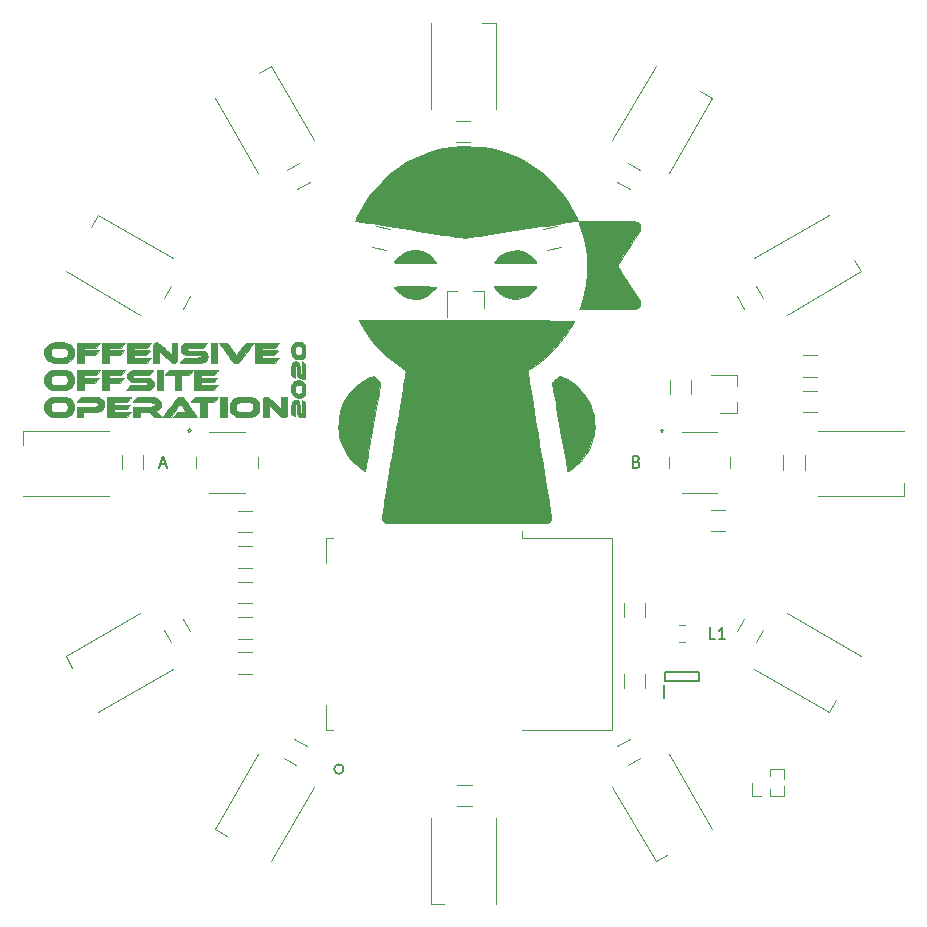
<source format=gto>
G04 #@! TF.GenerationSoftware,KiCad,Pcbnew,(5.1.5)-3*
G04 #@! TF.CreationDate,2020-02-24T13:55:18+01:00*
G04 #@! TF.ProjectId,Badge,42616467-652e-46b6-9963-61645f706362,rev?*
G04 #@! TF.SameCoordinates,PX3473bc0PY3567e00*
G04 #@! TF.FileFunction,Legend,Top*
G04 #@! TF.FilePolarity,Positive*
%FSLAX46Y46*%
G04 Gerber Fmt 4.6, Leading zero omitted, Abs format (unit mm)*
G04 Created by KiCad (PCBNEW (5.1.5)-3) date 2020-02-24 13:55:18*
%MOMM*%
%LPD*%
G04 APERTURE LIST*
%ADD10C,0.010000*%
%ADD11C,0.150000*%
%ADD12C,0.200000*%
%ADD13C,0.100000*%
%ADD14C,0.120000*%
G04 APERTURE END LIST*
D10*
G36*
X-13879783Y10193363D02*
G01*
X-13711440Y10158450D01*
X-13577352Y10086655D01*
X-13475606Y9976775D01*
X-13440756Y9916382D01*
X-13412950Y9856535D01*
X-13394250Y9801095D01*
X-13382877Y9737828D01*
X-13377047Y9654495D01*
X-13374980Y9538862D01*
X-13374800Y9463368D01*
X-13375549Y9327383D01*
X-13379044Y9229886D01*
X-13387159Y9158574D01*
X-13401770Y9101141D01*
X-13424749Y9045284D01*
X-13444650Y9004805D01*
X-13535370Y8876991D01*
X-13658153Y8788528D01*
X-13813066Y8739378D01*
X-13957205Y8728315D01*
X-14062556Y8734433D01*
X-14163202Y8749120D01*
X-14221759Y8764250D01*
X-14356249Y8837993D01*
X-14459667Y8951689D01*
X-14491268Y9006600D01*
X-14527758Y9088308D01*
X-14551494Y9169346D01*
X-14564898Y9264022D01*
X-14570390Y9386640D01*
X-14570825Y9463801D01*
X-14251100Y9463801D01*
X-14250479Y9346455D01*
X-14246910Y9268432D01*
X-14237836Y9218255D01*
X-14220696Y9184448D01*
X-14192935Y9155534D01*
X-14179834Y9144101D01*
X-14126381Y9107275D01*
X-14064029Y9088632D01*
X-13973492Y9082879D01*
X-13956430Y9082800D01*
X-13862915Y9086527D01*
X-13802101Y9101063D01*
X-13756219Y9131437D01*
X-13744199Y9142892D01*
X-13695716Y9222326D01*
X-13666703Y9336468D01*
X-13658221Y9472684D01*
X-13671330Y9618335D01*
X-13695455Y9724429D01*
X-13736135Y9780359D01*
X-13811565Y9819920D01*
X-13907861Y9841419D01*
X-14011138Y9843164D01*
X-14107513Y9823460D01*
X-14179834Y9783500D01*
X-14212051Y9753536D01*
X-14232723Y9722815D01*
X-14244409Y9679859D01*
X-14249667Y9613193D01*
X-14251055Y9511340D01*
X-14251100Y9463801D01*
X-14570825Y9463801D01*
X-14570901Y9477258D01*
X-14554376Y9695898D01*
X-14506026Y9874971D01*
X-14425734Y10014595D01*
X-14313384Y10114892D01*
X-14168861Y10175983D01*
X-13992047Y10197987D01*
X-13879783Y10193363D01*
G37*
X-13879783Y10193363D02*
X-13711440Y10158450D01*
X-13577352Y10086655D01*
X-13475606Y9976775D01*
X-13440756Y9916382D01*
X-13412950Y9856535D01*
X-13394250Y9801095D01*
X-13382877Y9737828D01*
X-13377047Y9654495D01*
X-13374980Y9538862D01*
X-13374800Y9463368D01*
X-13375549Y9327383D01*
X-13379044Y9229886D01*
X-13387159Y9158574D01*
X-13401770Y9101141D01*
X-13424749Y9045284D01*
X-13444650Y9004805D01*
X-13535370Y8876991D01*
X-13658153Y8788528D01*
X-13813066Y8739378D01*
X-13957205Y8728315D01*
X-14062556Y8734433D01*
X-14163202Y8749120D01*
X-14221759Y8764250D01*
X-14356249Y8837993D01*
X-14459667Y8951689D01*
X-14491268Y9006600D01*
X-14527758Y9088308D01*
X-14551494Y9169346D01*
X-14564898Y9264022D01*
X-14570390Y9386640D01*
X-14570825Y9463801D01*
X-14251100Y9463801D01*
X-14250479Y9346455D01*
X-14246910Y9268432D01*
X-14237836Y9218255D01*
X-14220696Y9184448D01*
X-14192935Y9155534D01*
X-14179834Y9144101D01*
X-14126381Y9107275D01*
X-14064029Y9088632D01*
X-13973492Y9082879D01*
X-13956430Y9082800D01*
X-13862915Y9086527D01*
X-13802101Y9101063D01*
X-13756219Y9131437D01*
X-13744199Y9142892D01*
X-13695716Y9222326D01*
X-13666703Y9336468D01*
X-13658221Y9472684D01*
X-13671330Y9618335D01*
X-13695455Y9724429D01*
X-13736135Y9780359D01*
X-13811565Y9819920D01*
X-13907861Y9841419D01*
X-14011138Y9843164D01*
X-14107513Y9823460D01*
X-14179834Y9783500D01*
X-14212051Y9753536D01*
X-14232723Y9722815D01*
X-14244409Y9679859D01*
X-14249667Y9613193D01*
X-14251055Y9511340D01*
X-14251100Y9463801D01*
X-14570825Y9463801D01*
X-14570901Y9477258D01*
X-14554376Y9695898D01*
X-14506026Y9874971D01*
X-14425734Y10014595D01*
X-14313384Y10114892D01*
X-14168861Y10175983D01*
X-13992047Y10197987D01*
X-13879783Y10193363D01*
G36*
X-16354044Y10149342D02*
G01*
X-16142771Y10148475D01*
X-15974144Y10146861D01*
X-15844087Y10144360D01*
X-15748524Y10140835D01*
X-15683378Y10136146D01*
X-15644575Y10130156D01*
X-15628038Y10122725D01*
X-15627788Y10116134D01*
X-15651536Y10082403D01*
X-15698617Y10019327D01*
X-15761029Y9937544D01*
X-15799701Y9887534D01*
X-15951301Y9692401D01*
X-16504551Y9692401D01*
X-17057800Y9692400D01*
X-17057800Y9489200D01*
X-16370186Y9489201D01*
X-16165115Y9488963D01*
X-16005708Y9488045D01*
X-15886830Y9486141D01*
X-15803347Y9482945D01*
X-15750124Y9478151D01*
X-15722026Y9471451D01*
X-15713918Y9462541D01*
X-15720667Y9451113D01*
X-15721274Y9450499D01*
X-15755542Y9412046D01*
X-15809752Y9346807D01*
X-15872786Y9268192D01*
X-15879235Y9259999D01*
X-15998494Y9108200D01*
X-17057800Y9108200D01*
X-17057800Y8879600D01*
X-15583997Y8879600D01*
X-15757452Y8657350D01*
X-15930908Y8435100D01*
X-17616600Y8421716D01*
X-17616600Y10149600D01*
X-16612038Y10149600D01*
X-16354044Y10149342D01*
G37*
X-16354044Y10149342D02*
X-16142771Y10148475D01*
X-15974144Y10146861D01*
X-15844087Y10144360D01*
X-15748524Y10140835D01*
X-15683378Y10136146D01*
X-15644575Y10130156D01*
X-15628038Y10122725D01*
X-15627788Y10116134D01*
X-15651536Y10082403D01*
X-15698617Y10019327D01*
X-15761029Y9937544D01*
X-15799701Y9887534D01*
X-15951301Y9692401D01*
X-16504551Y9692401D01*
X-17057800Y9692400D01*
X-17057800Y9489200D01*
X-16370186Y9489201D01*
X-16165115Y9488963D01*
X-16005708Y9488045D01*
X-15886830Y9486141D01*
X-15803347Y9482945D01*
X-15750124Y9478151D01*
X-15722026Y9471451D01*
X-15713918Y9462541D01*
X-15720667Y9451113D01*
X-15721274Y9450499D01*
X-15755542Y9412046D01*
X-15809752Y9346807D01*
X-15872786Y9268192D01*
X-15879235Y9259999D01*
X-15998494Y9108200D01*
X-17057800Y9108200D01*
X-17057800Y8879600D01*
X-15583997Y8879600D01*
X-15757452Y8657350D01*
X-15930908Y8435100D01*
X-17616600Y8421716D01*
X-17616600Y10149600D01*
X-16612038Y10149600D01*
X-16354044Y10149342D01*
G36*
X-20867800Y8422400D02*
G01*
X-21401200Y8422400D01*
X-21401200Y10149600D01*
X-20867800Y10149600D01*
X-20867800Y8422400D01*
G37*
X-20867800Y8422400D02*
X-21401200Y8422400D01*
X-21401200Y10149600D01*
X-20867800Y10149600D01*
X-20867800Y8422400D01*
G36*
X-22009867Y10146976D02*
G01*
X-21894510Y10145259D01*
X-21812392Y10142090D01*
X-21759124Y10137338D01*
X-21730319Y10130869D01*
X-21721589Y10122553D01*
X-21722953Y10118311D01*
X-21746912Y10084032D01*
X-21793812Y10020245D01*
X-21855667Y9937742D01*
X-21893228Y9888218D01*
X-22042356Y9692401D01*
X-22711484Y9692401D01*
X-22913173Y9692258D01*
X-23070015Y9691536D01*
X-23187964Y9689792D01*
X-23272972Y9686583D01*
X-23330992Y9681469D01*
X-23367979Y9674006D01*
X-23389884Y9663752D01*
X-23402661Y9650265D01*
X-23408314Y9640641D01*
X-23424561Y9570098D01*
X-23402227Y9509899D01*
X-23348958Y9477036D01*
X-23308922Y9473382D01*
X-23225702Y9469604D01*
X-23106915Y9465913D01*
X-22960175Y9462520D01*
X-22793099Y9459635D01*
X-22658500Y9457927D01*
X-22462160Y9455659D01*
X-22309546Y9453162D01*
X-22193587Y9449781D01*
X-22107212Y9444864D01*
X-22043350Y9437756D01*
X-21994929Y9427803D01*
X-21954878Y9414353D01*
X-21916125Y9396750D01*
X-21897821Y9387600D01*
X-21785370Y9318205D01*
X-21713789Y9238334D01*
X-21674389Y9134649D01*
X-21660001Y9022526D01*
X-21668616Y8849737D01*
X-21718504Y8706502D01*
X-21809878Y8592531D01*
X-21942949Y8507537D01*
X-22074278Y8461574D01*
X-22137930Y8451070D01*
X-22238515Y8441991D01*
X-22369597Y8434353D01*
X-22524742Y8428172D01*
X-22697513Y8423465D01*
X-22881477Y8420247D01*
X-23070197Y8418535D01*
X-23257240Y8418346D01*
X-23436169Y8419694D01*
X-23600550Y8422597D01*
X-23743947Y8427071D01*
X-23859927Y8433132D01*
X-23942052Y8440795D01*
X-23983889Y8450078D01*
X-23986672Y8456758D01*
X-23956735Y8491267D01*
X-23904924Y8555345D01*
X-23840008Y8638045D01*
X-23803536Y8685358D01*
X-23654759Y8879600D01*
X-22939460Y8879600D01*
X-22720271Y8879918D01*
X-22546615Y8881326D01*
X-22413225Y8884504D01*
X-22314836Y8890134D01*
X-22246181Y8898896D01*
X-22201994Y8911472D01*
X-22177009Y8928542D01*
X-22165960Y8950788D01*
X-22163581Y8978890D01*
X-22163589Y8979931D01*
X-22165378Y9013472D01*
X-22173692Y9039880D01*
X-22194063Y9060144D01*
X-22232024Y9075254D01*
X-22293107Y9086203D01*
X-22382843Y9093980D01*
X-22506766Y9099576D01*
X-22670407Y9103983D01*
X-22879298Y9108191D01*
X-22879777Y9108200D01*
X-23083991Y9112359D01*
X-23244214Y9116529D01*
X-23367252Y9121291D01*
X-23459911Y9127224D01*
X-23528997Y9134907D01*
X-23581316Y9144921D01*
X-23623674Y9157845D01*
X-23662877Y9174258D01*
X-23664556Y9175032D01*
X-23791376Y9259412D01*
X-23881653Y9373812D01*
X-23932206Y9509949D01*
X-23939858Y9659536D01*
X-23905661Y9803531D01*
X-23854706Y9905613D01*
X-23783623Y9983982D01*
X-23679884Y10050842D01*
X-23623384Y10078510D01*
X-23588349Y10093971D01*
X-23553466Y10106492D01*
X-23513080Y10116439D01*
X-23461534Y10124178D01*
X-23393170Y10130075D01*
X-23302332Y10134495D01*
X-23183363Y10137804D01*
X-23030605Y10140369D01*
X-22838403Y10142555D01*
X-22601098Y10144728D01*
X-22599253Y10144744D01*
X-22357850Y10146586D01*
X-22162851Y10147374D01*
X-22009867Y10146976D01*
G37*
X-22009867Y10146976D02*
X-21894510Y10145259D01*
X-21812392Y10142090D01*
X-21759124Y10137338D01*
X-21730319Y10130869D01*
X-21721589Y10122553D01*
X-21722953Y10118311D01*
X-21746912Y10084032D01*
X-21793812Y10020245D01*
X-21855667Y9937742D01*
X-21893228Y9888218D01*
X-22042356Y9692401D01*
X-22711484Y9692401D01*
X-22913173Y9692258D01*
X-23070015Y9691536D01*
X-23187964Y9689792D01*
X-23272972Y9686583D01*
X-23330992Y9681469D01*
X-23367979Y9674006D01*
X-23389884Y9663752D01*
X-23402661Y9650265D01*
X-23408314Y9640641D01*
X-23424561Y9570098D01*
X-23402227Y9509899D01*
X-23348958Y9477036D01*
X-23308922Y9473382D01*
X-23225702Y9469604D01*
X-23106915Y9465913D01*
X-22960175Y9462520D01*
X-22793099Y9459635D01*
X-22658500Y9457927D01*
X-22462160Y9455659D01*
X-22309546Y9453162D01*
X-22193587Y9449781D01*
X-22107212Y9444864D01*
X-22043350Y9437756D01*
X-21994929Y9427803D01*
X-21954878Y9414353D01*
X-21916125Y9396750D01*
X-21897821Y9387600D01*
X-21785370Y9318205D01*
X-21713789Y9238334D01*
X-21674389Y9134649D01*
X-21660001Y9022526D01*
X-21668616Y8849737D01*
X-21718504Y8706502D01*
X-21809878Y8592531D01*
X-21942949Y8507537D01*
X-22074278Y8461574D01*
X-22137930Y8451070D01*
X-22238515Y8441991D01*
X-22369597Y8434353D01*
X-22524742Y8428172D01*
X-22697513Y8423465D01*
X-22881477Y8420247D01*
X-23070197Y8418535D01*
X-23257240Y8418346D01*
X-23436169Y8419694D01*
X-23600550Y8422597D01*
X-23743947Y8427071D01*
X-23859927Y8433132D01*
X-23942052Y8440795D01*
X-23983889Y8450078D01*
X-23986672Y8456758D01*
X-23956735Y8491267D01*
X-23904924Y8555345D01*
X-23840008Y8638045D01*
X-23803536Y8685358D01*
X-23654759Y8879600D01*
X-22939460Y8879600D01*
X-22720271Y8879918D01*
X-22546615Y8881326D01*
X-22413225Y8884504D01*
X-22314836Y8890134D01*
X-22246181Y8898896D01*
X-22201994Y8911472D01*
X-22177009Y8928542D01*
X-22165960Y8950788D01*
X-22163581Y8978890D01*
X-22163589Y8979931D01*
X-22165378Y9013472D01*
X-22173692Y9039880D01*
X-22194063Y9060144D01*
X-22232024Y9075254D01*
X-22293107Y9086203D01*
X-22382843Y9093980D01*
X-22506766Y9099576D01*
X-22670407Y9103983D01*
X-22879298Y9108191D01*
X-22879777Y9108200D01*
X-23083991Y9112359D01*
X-23244214Y9116529D01*
X-23367252Y9121291D01*
X-23459911Y9127224D01*
X-23528997Y9134907D01*
X-23581316Y9144921D01*
X-23623674Y9157845D01*
X-23662877Y9174258D01*
X-23664556Y9175032D01*
X-23791376Y9259412D01*
X-23881653Y9373812D01*
X-23932206Y9509949D01*
X-23939858Y9659536D01*
X-23905661Y9803531D01*
X-23854706Y9905613D01*
X-23783623Y9983982D01*
X-23679884Y10050842D01*
X-23623384Y10078510D01*
X-23588349Y10093971D01*
X-23553466Y10106492D01*
X-23513080Y10116439D01*
X-23461534Y10124178D01*
X-23393170Y10130075D01*
X-23302332Y10134495D01*
X-23183363Y10137804D01*
X-23030605Y10140369D01*
X-22838403Y10142555D01*
X-22601098Y10144728D01*
X-22599253Y10144744D01*
X-22357850Y10146586D01*
X-22162851Y10147374D01*
X-22009867Y10146976D01*
G36*
X-27199844Y10149342D02*
G01*
X-26988571Y10148475D01*
X-26819944Y10146861D01*
X-26689887Y10144360D01*
X-26594324Y10140835D01*
X-26529178Y10136146D01*
X-26490375Y10130156D01*
X-26473838Y10122725D01*
X-26473588Y10116134D01*
X-26497336Y10082403D01*
X-26544417Y10019327D01*
X-26606829Y9937544D01*
X-26645501Y9887534D01*
X-26797101Y9692401D01*
X-27350351Y9692401D01*
X-27903600Y9692400D01*
X-27903600Y9489200D01*
X-27215986Y9489201D01*
X-27010915Y9488963D01*
X-26851508Y9488045D01*
X-26732630Y9486141D01*
X-26649147Y9482945D01*
X-26595924Y9478151D01*
X-26567826Y9471451D01*
X-26559718Y9462541D01*
X-26566467Y9451113D01*
X-26567074Y9450499D01*
X-26601342Y9412046D01*
X-26655552Y9346807D01*
X-26718586Y9268192D01*
X-26725035Y9259999D01*
X-26844294Y9108200D01*
X-27903600Y9108200D01*
X-27903600Y8879600D01*
X-26429797Y8879600D01*
X-26603252Y8657350D01*
X-26776708Y8435100D01*
X-28462400Y8421716D01*
X-28462400Y10149600D01*
X-27457838Y10149600D01*
X-27199844Y10149342D01*
G37*
X-27199844Y10149342D02*
X-26988571Y10148475D01*
X-26819944Y10146861D01*
X-26689887Y10144360D01*
X-26594324Y10140835D01*
X-26529178Y10136146D01*
X-26490375Y10130156D01*
X-26473838Y10122725D01*
X-26473588Y10116134D01*
X-26497336Y10082403D01*
X-26544417Y10019327D01*
X-26606829Y9937544D01*
X-26645501Y9887534D01*
X-26797101Y9692401D01*
X-27350351Y9692401D01*
X-27903600Y9692400D01*
X-27903600Y9489200D01*
X-27215986Y9489201D01*
X-27010915Y9488963D01*
X-26851508Y9488045D01*
X-26732630Y9486141D01*
X-26649147Y9482945D01*
X-26595924Y9478151D01*
X-26567826Y9471451D01*
X-26559718Y9462541D01*
X-26566467Y9451113D01*
X-26567074Y9450499D01*
X-26601342Y9412046D01*
X-26655552Y9346807D01*
X-26718586Y9268192D01*
X-26725035Y9259999D01*
X-26844294Y9108200D01*
X-27903600Y9108200D01*
X-27903600Y8879600D01*
X-26429797Y8879600D01*
X-26603252Y8657350D01*
X-26776708Y8435100D01*
X-28462400Y8421716D01*
X-28462400Y10149600D01*
X-27457838Y10149600D01*
X-27199844Y10149342D01*
G36*
X-28793977Y9921000D02*
G01*
X-28974302Y9692400D01*
X-30011800Y9692400D01*
X-30011800Y9489200D01*
X-28715449Y9489200D01*
X-28874675Y9274367D01*
X-29033900Y9059534D01*
X-30011800Y9057400D01*
X-30011800Y8422400D01*
X-30570600Y8422400D01*
X-30570600Y10149600D01*
X-28613653Y10149600D01*
X-28793977Y9921000D01*
G37*
X-28793977Y9921000D02*
X-28974302Y9692400D01*
X-30011800Y9692400D01*
X-30011800Y9489200D01*
X-28715449Y9489200D01*
X-28874675Y9274367D01*
X-29033900Y9059534D01*
X-30011800Y9057400D01*
X-30011800Y8422400D01*
X-30570600Y8422400D01*
X-30570600Y10149600D01*
X-28613653Y10149600D01*
X-28793977Y9921000D01*
G36*
X-30927577Y9921000D02*
G01*
X-31107902Y9692400D01*
X-32145400Y9692400D01*
X-32145400Y9489200D01*
X-30849049Y9489200D01*
X-31008275Y9274367D01*
X-31167500Y9059534D01*
X-32145400Y9057400D01*
X-32145400Y8422400D01*
X-32704200Y8422400D01*
X-32704200Y10149600D01*
X-30747253Y10149600D01*
X-30927577Y9921000D01*
G37*
X-30927577Y9921000D02*
X-31107902Y9692400D01*
X-32145400Y9692400D01*
X-32145400Y9489200D01*
X-30849049Y9489200D01*
X-31008275Y9274367D01*
X-31167500Y9059534D01*
X-32145400Y9057400D01*
X-32145400Y8422400D01*
X-32704200Y8422400D01*
X-32704200Y10149600D01*
X-30747253Y10149600D01*
X-30927577Y9921000D01*
G36*
X-19844239Y9914650D02*
G01*
X-19769085Y9805640D01*
X-19675860Y9669950D01*
X-19575074Y9522902D01*
X-19477234Y9379813D01*
X-19451748Y9342471D01*
X-19221701Y9005242D01*
X-18819201Y9576480D01*
X-18416700Y10147718D01*
X-18088423Y10148659D01*
X-17760145Y10149600D01*
X-17811468Y10092450D01*
X-17838016Y10058557D01*
X-17889982Y9988387D01*
X-17963563Y9887219D01*
X-18054953Y9760329D01*
X-18160349Y9612994D01*
X-18275945Y9450491D01*
X-18365445Y9324100D01*
X-18513786Y9114573D01*
X-18636292Y8942637D01*
X-18736184Y8804215D01*
X-18816682Y8695229D01*
X-18881010Y8611601D01*
X-18932387Y8549253D01*
X-18974034Y8504108D01*
X-19009174Y8472088D01*
X-19041027Y8449114D01*
X-19069489Y8432833D01*
X-19157490Y8406358D01*
X-19264647Y8399830D01*
X-19362957Y8414315D01*
X-19381900Y8420945D01*
X-19410901Y8435602D01*
X-19442469Y8458687D01*
X-19479553Y8493994D01*
X-19525103Y8545318D01*
X-19582069Y8616452D01*
X-19653401Y8711191D01*
X-19742048Y8833330D01*
X-19850960Y8986662D01*
X-19983087Y9174984D01*
X-20113746Y9362376D01*
X-20661667Y10149600D01*
X-20006683Y10149600D01*
X-19844239Y9914650D01*
G37*
X-19844239Y9914650D02*
X-19769085Y9805640D01*
X-19675860Y9669950D01*
X-19575074Y9522902D01*
X-19477234Y9379813D01*
X-19451748Y9342471D01*
X-19221701Y9005242D01*
X-18819201Y9576480D01*
X-18416700Y10147718D01*
X-18088423Y10148659D01*
X-17760145Y10149600D01*
X-17811468Y10092450D01*
X-17838016Y10058557D01*
X-17889982Y9988387D01*
X-17963563Y9887219D01*
X-18054953Y9760329D01*
X-18160349Y9612994D01*
X-18275945Y9450491D01*
X-18365445Y9324100D01*
X-18513786Y9114573D01*
X-18636292Y8942637D01*
X-18736184Y8804215D01*
X-18816682Y8695229D01*
X-18881010Y8611601D01*
X-18932387Y8549253D01*
X-18974034Y8504108D01*
X-19009174Y8472088D01*
X-19041027Y8449114D01*
X-19069489Y8432833D01*
X-19157490Y8406358D01*
X-19264647Y8399830D01*
X-19362957Y8414315D01*
X-19381900Y8420945D01*
X-19410901Y8435602D01*
X-19442469Y8458687D01*
X-19479553Y8493994D01*
X-19525103Y8545318D01*
X-19582069Y8616452D01*
X-19653401Y8711191D01*
X-19742048Y8833330D01*
X-19850960Y8986662D01*
X-19983087Y9174984D01*
X-20113746Y9362376D01*
X-20661667Y10149600D01*
X-20006683Y10149600D01*
X-19844239Y9914650D01*
G36*
X-25906917Y10163453D02*
G01*
X-25854460Y10142350D01*
X-25821766Y10117887D01*
X-25756682Y10064011D01*
X-25664544Y9985328D01*
X-25550688Y9886444D01*
X-25420449Y9771967D01*
X-25279164Y9646504D01*
X-25251210Y9621534D01*
X-24703200Y9131568D01*
X-24703200Y10149600D01*
X-24218549Y10149600D01*
X-24225925Y9350044D01*
X-24233300Y8550488D01*
X-24300161Y8483661D01*
X-24391725Y8424688D01*
X-24501060Y8402118D01*
X-24609833Y8417889D01*
X-24665100Y8445138D01*
X-24703889Y8475330D01*
X-24774564Y8534600D01*
X-24871348Y8617934D01*
X-24988468Y8720317D01*
X-25120147Y8836736D01*
X-25260612Y8962175D01*
X-25262000Y8963421D01*
X-25782700Y9430782D01*
X-25796452Y8422400D01*
X-26278000Y8422400D01*
X-26278000Y9172516D01*
X-26277539Y9409260D01*
X-26275598Y9600616D01*
X-26271337Y9751993D01*
X-26263921Y9868801D01*
X-26252509Y9956448D01*
X-26236266Y10020341D01*
X-26214352Y10065891D01*
X-26185931Y10098506D01*
X-26150163Y10123595D01*
X-26128863Y10135213D01*
X-26016765Y10170177D01*
X-25906917Y10163453D01*
G37*
X-25906917Y10163453D02*
X-25854460Y10142350D01*
X-25821766Y10117887D01*
X-25756682Y10064011D01*
X-25664544Y9985328D01*
X-25550688Y9886444D01*
X-25420449Y9771967D01*
X-25279164Y9646504D01*
X-25251210Y9621534D01*
X-24703200Y9131568D01*
X-24703200Y10149600D01*
X-24218549Y10149600D01*
X-24225925Y9350044D01*
X-24233300Y8550488D01*
X-24300161Y8483661D01*
X-24391725Y8424688D01*
X-24501060Y8402118D01*
X-24609833Y8417889D01*
X-24665100Y8445138D01*
X-24703889Y8475330D01*
X-24774564Y8534600D01*
X-24871348Y8617934D01*
X-24988468Y8720317D01*
X-25120147Y8836736D01*
X-25260612Y8962175D01*
X-25262000Y8963421D01*
X-25782700Y9430782D01*
X-25796452Y8422400D01*
X-26278000Y8422400D01*
X-26278000Y9172516D01*
X-26277539Y9409260D01*
X-26275598Y9600616D01*
X-26271337Y9751993D01*
X-26263921Y9868801D01*
X-26252509Y9956448D01*
X-26236266Y10020341D01*
X-26214352Y10065891D01*
X-26185931Y10098506D01*
X-26150163Y10123595D01*
X-26128863Y10135213D01*
X-26016765Y10170177D01*
X-25906917Y10163453D01*
G36*
X-33909796Y10158014D02*
G01*
X-33653010Y10112625D01*
X-33433848Y10038065D01*
X-33253719Y9934956D01*
X-33114029Y9803922D01*
X-33018018Y9649665D01*
X-32992829Y9561042D01*
X-32977370Y9438699D01*
X-32971638Y9298778D01*
X-32975635Y9157418D01*
X-32989361Y9030760D01*
X-33012816Y8934945D01*
X-33018018Y8922336D01*
X-33116137Y8766368D01*
X-33256486Y8635784D01*
X-33436298Y8532392D01*
X-33652804Y8457996D01*
X-33767169Y8433432D01*
X-33907171Y8415813D01*
X-34078572Y8405209D01*
X-34262422Y8401873D01*
X-34439772Y8406054D01*
X-34591672Y8418004D01*
X-34622496Y8422094D01*
X-34868437Y8475136D01*
X-35072352Y8556137D01*
X-35235053Y8665749D01*
X-35357351Y8804625D01*
X-35440058Y8973418D01*
X-35474419Y9107404D01*
X-35487387Y9201636D01*
X-34955599Y9201636D01*
X-34913125Y9071056D01*
X-34829831Y8968041D01*
X-34707826Y8896346D01*
X-34694159Y8891250D01*
X-34612802Y8873438D01*
X-34493944Y8861492D01*
X-34350532Y8855299D01*
X-34195511Y8854742D01*
X-34041828Y8859706D01*
X-33902428Y8870078D01*
X-33790259Y8885742D01*
X-33734967Y8899762D01*
X-33632167Y8945528D01*
X-33563798Y9004846D01*
X-33523887Y9087717D01*
X-33506463Y9204140D01*
X-33504300Y9286000D01*
X-33510885Y9411978D01*
X-33533909Y9511662D01*
X-33578275Y9587789D01*
X-33648888Y9643097D01*
X-33750649Y9680322D01*
X-33888464Y9702201D01*
X-34067236Y9711471D01*
X-34266300Y9711311D01*
X-34467366Y9704894D01*
X-34623878Y9690721D01*
X-34741868Y9665680D01*
X-34827370Y9626660D01*
X-34886415Y9570548D01*
X-34925038Y9494234D01*
X-34949270Y9394605D01*
X-34955145Y9356025D01*
X-34955599Y9201636D01*
X-35487387Y9201636D01*
X-35491439Y9231076D01*
X-35491622Y9338543D01*
X-35474966Y9461529D01*
X-35474419Y9464597D01*
X-35419985Y9651475D01*
X-35328143Y9808869D01*
X-35197894Y9937335D01*
X-35028234Y10037433D01*
X-34818163Y10109722D01*
X-34566680Y10154758D01*
X-34272782Y10173102D01*
X-34202800Y10173611D01*
X-33909796Y10158014D01*
G37*
X-33909796Y10158014D02*
X-33653010Y10112625D01*
X-33433848Y10038065D01*
X-33253719Y9934956D01*
X-33114029Y9803922D01*
X-33018018Y9649665D01*
X-32992829Y9561042D01*
X-32977370Y9438699D01*
X-32971638Y9298778D01*
X-32975635Y9157418D01*
X-32989361Y9030760D01*
X-33012816Y8934945D01*
X-33018018Y8922336D01*
X-33116137Y8766368D01*
X-33256486Y8635784D01*
X-33436298Y8532392D01*
X-33652804Y8457996D01*
X-33767169Y8433432D01*
X-33907171Y8415813D01*
X-34078572Y8405209D01*
X-34262422Y8401873D01*
X-34439772Y8406054D01*
X-34591672Y8418004D01*
X-34622496Y8422094D01*
X-34868437Y8475136D01*
X-35072352Y8556137D01*
X-35235053Y8665749D01*
X-35357351Y8804625D01*
X-35440058Y8973418D01*
X-35474419Y9107404D01*
X-35487387Y9201636D01*
X-34955599Y9201636D01*
X-34913125Y9071056D01*
X-34829831Y8968041D01*
X-34707826Y8896346D01*
X-34694159Y8891250D01*
X-34612802Y8873438D01*
X-34493944Y8861492D01*
X-34350532Y8855299D01*
X-34195511Y8854742D01*
X-34041828Y8859706D01*
X-33902428Y8870078D01*
X-33790259Y8885742D01*
X-33734967Y8899762D01*
X-33632167Y8945528D01*
X-33563798Y9004846D01*
X-33523887Y9087717D01*
X-33506463Y9204140D01*
X-33504300Y9286000D01*
X-33510885Y9411978D01*
X-33533909Y9511662D01*
X-33578275Y9587789D01*
X-33648888Y9643097D01*
X-33750649Y9680322D01*
X-33888464Y9702201D01*
X-34067236Y9711471D01*
X-34266300Y9711311D01*
X-34467366Y9704894D01*
X-34623878Y9690721D01*
X-34741868Y9665680D01*
X-34827370Y9626660D01*
X-34886415Y9570548D01*
X-34925038Y9494234D01*
X-34949270Y9394605D01*
X-34955145Y9356025D01*
X-34955599Y9201636D01*
X-35487387Y9201636D01*
X-35491439Y9231076D01*
X-35491622Y9338543D01*
X-35474966Y9461529D01*
X-35474419Y9464597D01*
X-35419985Y9651475D01*
X-35328143Y9808869D01*
X-35197894Y9937335D01*
X-35028234Y10037433D01*
X-34818163Y10109722D01*
X-34566680Y10154758D01*
X-34272782Y10173102D01*
X-34202800Y10173611D01*
X-33909796Y10158014D01*
G36*
X-13539900Y8459372D02*
G01*
X-13387500Y8350002D01*
X-13380707Y7725801D01*
X-13373913Y7101600D01*
X-13596607Y7102595D01*
X-13723062Y7107599D01*
X-13829248Y7120233D01*
X-13900010Y7138692D01*
X-13900207Y7138777D01*
X-13957591Y7170047D01*
X-14001271Y7212069D01*
X-14033358Y7271893D01*
X-14055963Y7356573D01*
X-14071198Y7473159D01*
X-14081174Y7628704D01*
X-14086000Y7759314D01*
X-14091348Y7915971D01*
X-14097030Y8029419D01*
X-14104046Y8107246D01*
X-14113399Y8157036D01*
X-14126089Y8186379D01*
X-14143116Y8202859D01*
X-14144638Y8203814D01*
X-14186496Y8216770D01*
X-14222533Y8188618D01*
X-14228188Y8181228D01*
X-14241603Y8154501D01*
X-14251143Y8111419D01*
X-14257198Y8045053D01*
X-14260157Y7948478D01*
X-14260411Y7814766D01*
X-14258450Y7643632D01*
X-14251100Y7156707D01*
X-14555900Y7374907D01*
X-14562902Y7772871D01*
X-14564208Y7964269D01*
X-14559513Y8113107D01*
X-14547264Y8227431D01*
X-14525906Y8315287D01*
X-14493885Y8384720D01*
X-14449648Y8443776D01*
X-14429165Y8465316D01*
X-14371971Y8515957D01*
X-14317925Y8540962D01*
X-14244288Y8548995D01*
X-14208492Y8549400D01*
X-14098988Y8540249D01*
X-14013658Y8509551D01*
X-13949883Y8452438D01*
X-13905048Y8364042D01*
X-13876534Y8239496D01*
X-13861725Y8073932D01*
X-13857958Y7897428D01*
X-13856708Y7764561D01*
X-13853660Y7647882D01*
X-13849231Y7557819D01*
X-13843838Y7504800D01*
X-13841983Y7497378D01*
X-13805526Y7466314D01*
X-13752138Y7457200D01*
X-13677711Y7457200D01*
X-13685006Y8012972D01*
X-13692300Y8568743D01*
X-13539900Y8459372D01*
G37*
X-13539900Y8459372D02*
X-13387500Y8350002D01*
X-13380707Y7725801D01*
X-13373913Y7101600D01*
X-13596607Y7102595D01*
X-13723062Y7107599D01*
X-13829248Y7120233D01*
X-13900010Y7138692D01*
X-13900207Y7138777D01*
X-13957591Y7170047D01*
X-14001271Y7212069D01*
X-14033358Y7271893D01*
X-14055963Y7356573D01*
X-14071198Y7473159D01*
X-14081174Y7628704D01*
X-14086000Y7759314D01*
X-14091348Y7915971D01*
X-14097030Y8029419D01*
X-14104046Y8107246D01*
X-14113399Y8157036D01*
X-14126089Y8186379D01*
X-14143116Y8202859D01*
X-14144638Y8203814D01*
X-14186496Y8216770D01*
X-14222533Y8188618D01*
X-14228188Y8181228D01*
X-14241603Y8154501D01*
X-14251143Y8111419D01*
X-14257198Y8045053D01*
X-14260157Y7948478D01*
X-14260411Y7814766D01*
X-14258450Y7643632D01*
X-14251100Y7156707D01*
X-14555900Y7374907D01*
X-14562902Y7772871D01*
X-14564208Y7964269D01*
X-14559513Y8113107D01*
X-14547264Y8227431D01*
X-14525906Y8315287D01*
X-14493885Y8384720D01*
X-14449648Y8443776D01*
X-14429165Y8465316D01*
X-14371971Y8515957D01*
X-14317925Y8540962D01*
X-14244288Y8548995D01*
X-14208492Y8549400D01*
X-14098988Y8540249D01*
X-14013658Y8509551D01*
X-13949883Y8452438D01*
X-13905048Y8364042D01*
X-13876534Y8239496D01*
X-13861725Y8073932D01*
X-13857958Y7897428D01*
X-13856708Y7764561D01*
X-13853660Y7647882D01*
X-13849231Y7557819D01*
X-13843838Y7504800D01*
X-13841983Y7497378D01*
X-13805526Y7466314D01*
X-13752138Y7457200D01*
X-13677711Y7457200D01*
X-13685006Y8012972D01*
X-13692300Y8568743D01*
X-13539900Y8459372D01*
G36*
X-21510244Y7837942D02*
G01*
X-21298971Y7837075D01*
X-21130344Y7835461D01*
X-21000287Y7832960D01*
X-20904724Y7829435D01*
X-20839578Y7824746D01*
X-20800775Y7818756D01*
X-20784238Y7811325D01*
X-20783988Y7804734D01*
X-20807736Y7771003D01*
X-20854817Y7707927D01*
X-20917229Y7626144D01*
X-20955901Y7576134D01*
X-21107501Y7381000D01*
X-22214000Y7381000D01*
X-22214000Y7177800D01*
X-21526386Y7177800D01*
X-21321315Y7177563D01*
X-21161908Y7176645D01*
X-21043030Y7174741D01*
X-20959547Y7171545D01*
X-20906324Y7166751D01*
X-20878226Y7160051D01*
X-20870118Y7151141D01*
X-20876867Y7139713D01*
X-20877474Y7139099D01*
X-20911742Y7100646D01*
X-20965952Y7035407D01*
X-21028986Y6956792D01*
X-21035435Y6948599D01*
X-21154694Y6796800D01*
X-22214000Y6796800D01*
X-22214000Y6568200D01*
X-20740197Y6568200D01*
X-20913652Y6345950D01*
X-21087108Y6123700D01*
X-22772800Y6110316D01*
X-22772800Y7838200D01*
X-21768238Y7838200D01*
X-21510244Y7837942D01*
G37*
X-21510244Y7837942D02*
X-21298971Y7837075D01*
X-21130344Y7835461D01*
X-21000287Y7832960D01*
X-20904724Y7829435D01*
X-20839578Y7824746D01*
X-20800775Y7818756D01*
X-20784238Y7811325D01*
X-20783988Y7804734D01*
X-20807736Y7771003D01*
X-20854817Y7707927D01*
X-20917229Y7626144D01*
X-20955901Y7576134D01*
X-21107501Y7381000D01*
X-22214000Y7381000D01*
X-22214000Y7177800D01*
X-21526386Y7177800D01*
X-21321315Y7177563D01*
X-21161908Y7176645D01*
X-21043030Y7174741D01*
X-20959547Y7171545D01*
X-20906324Y7166751D01*
X-20878226Y7160051D01*
X-20870118Y7151141D01*
X-20876867Y7139713D01*
X-20877474Y7139099D01*
X-20911742Y7100646D01*
X-20965952Y7035407D01*
X-21028986Y6956792D01*
X-21035435Y6948599D01*
X-21154694Y6796800D01*
X-22214000Y6796800D01*
X-22214000Y6568200D01*
X-20740197Y6568200D01*
X-20913652Y6345950D01*
X-21087108Y6123700D01*
X-22772800Y6110316D01*
X-22772800Y7838200D01*
X-21768238Y7838200D01*
X-21510244Y7837942D01*
G36*
X-23268100Y7382385D02*
G01*
X-23579250Y7381693D01*
X-23890400Y7381000D01*
X-23890400Y6111000D01*
X-24423800Y6111000D01*
X-24423800Y7379742D01*
X-24828992Y7386721D01*
X-25234183Y7393700D01*
X-25063942Y7614979D01*
X-24893700Y7836258D01*
X-23908138Y7837229D01*
X-22922576Y7838201D01*
X-23268100Y7382385D01*
G37*
X-23268100Y7382385D02*
X-23579250Y7381693D01*
X-23890400Y7381000D01*
X-23890400Y6111000D01*
X-24423800Y6111000D01*
X-24423800Y7379742D01*
X-24828992Y7386721D01*
X-25234183Y7393700D01*
X-25063942Y7614979D01*
X-24893700Y7836258D01*
X-23908138Y7837229D01*
X-22922576Y7838201D01*
X-23268100Y7382385D01*
G36*
X-25414400Y6111000D02*
G01*
X-25947800Y6111000D01*
X-25947800Y7838200D01*
X-25414400Y7838200D01*
X-25414400Y6111000D01*
G37*
X-25414400Y6111000D02*
X-25947800Y6111000D01*
X-25947800Y7838200D01*
X-25414400Y7838200D01*
X-25414400Y6111000D01*
G36*
X-26556467Y7835576D02*
G01*
X-26441110Y7833859D01*
X-26358992Y7830690D01*
X-26305724Y7825938D01*
X-26276919Y7819469D01*
X-26268189Y7811153D01*
X-26269553Y7806911D01*
X-26293512Y7772632D01*
X-26340412Y7708845D01*
X-26402267Y7626342D01*
X-26439828Y7576818D01*
X-26588956Y7381001D01*
X-27258084Y7381000D01*
X-27459773Y7380858D01*
X-27616615Y7380136D01*
X-27734564Y7378392D01*
X-27819572Y7375183D01*
X-27877592Y7370069D01*
X-27914579Y7362606D01*
X-27936484Y7352352D01*
X-27949261Y7338865D01*
X-27954914Y7329241D01*
X-27971161Y7258698D01*
X-27948827Y7198499D01*
X-27895558Y7165636D01*
X-27855522Y7161982D01*
X-27772302Y7158204D01*
X-27653515Y7154513D01*
X-27506775Y7151120D01*
X-27339699Y7148235D01*
X-27205100Y7146527D01*
X-27008760Y7144259D01*
X-26856146Y7141762D01*
X-26740187Y7138381D01*
X-26653812Y7133464D01*
X-26589950Y7126356D01*
X-26541529Y7116403D01*
X-26501478Y7102953D01*
X-26462725Y7085350D01*
X-26444421Y7076200D01*
X-26331970Y7006805D01*
X-26260389Y6926934D01*
X-26220989Y6823249D01*
X-26206601Y6711126D01*
X-26215216Y6538337D01*
X-26265104Y6395102D01*
X-26356478Y6281131D01*
X-26489549Y6196137D01*
X-26620878Y6150174D01*
X-26684530Y6139670D01*
X-26785115Y6130591D01*
X-26916197Y6122953D01*
X-27071342Y6116772D01*
X-27244113Y6112065D01*
X-27428077Y6108847D01*
X-27616797Y6107135D01*
X-27803840Y6106946D01*
X-27982769Y6108294D01*
X-28147150Y6111197D01*
X-28290547Y6115671D01*
X-28406527Y6121732D01*
X-28488652Y6129395D01*
X-28530489Y6138678D01*
X-28533272Y6145358D01*
X-28503335Y6179867D01*
X-28451524Y6243945D01*
X-28386608Y6326645D01*
X-28350136Y6373958D01*
X-28201359Y6568200D01*
X-27486060Y6568200D01*
X-27266871Y6568518D01*
X-27093215Y6569926D01*
X-26959825Y6573104D01*
X-26861436Y6578734D01*
X-26792781Y6587496D01*
X-26748594Y6600072D01*
X-26723609Y6617142D01*
X-26712560Y6639388D01*
X-26710181Y6667490D01*
X-26710189Y6668531D01*
X-26711978Y6702072D01*
X-26720292Y6728480D01*
X-26740663Y6748744D01*
X-26778624Y6763854D01*
X-26839707Y6774803D01*
X-26929443Y6782580D01*
X-27053366Y6788176D01*
X-27217007Y6792583D01*
X-27425898Y6796791D01*
X-27426377Y6796800D01*
X-27630591Y6800959D01*
X-27790814Y6805129D01*
X-27913852Y6809891D01*
X-28006511Y6815824D01*
X-28075597Y6823507D01*
X-28127916Y6833521D01*
X-28170274Y6846445D01*
X-28209477Y6862858D01*
X-28211156Y6863632D01*
X-28337976Y6948012D01*
X-28428253Y7062412D01*
X-28478806Y7198549D01*
X-28486458Y7348136D01*
X-28452261Y7492131D01*
X-28401306Y7594213D01*
X-28330223Y7672582D01*
X-28226484Y7739442D01*
X-28169984Y7767110D01*
X-28134949Y7782571D01*
X-28100066Y7795092D01*
X-28059680Y7805039D01*
X-28008134Y7812778D01*
X-27939770Y7818675D01*
X-27848932Y7823095D01*
X-27729963Y7826404D01*
X-27577205Y7828969D01*
X-27385003Y7831155D01*
X-27147698Y7833328D01*
X-27145853Y7833344D01*
X-26904450Y7835186D01*
X-26709451Y7835974D01*
X-26556467Y7835576D01*
G37*
X-26556467Y7835576D02*
X-26441110Y7833859D01*
X-26358992Y7830690D01*
X-26305724Y7825938D01*
X-26276919Y7819469D01*
X-26268189Y7811153D01*
X-26269553Y7806911D01*
X-26293512Y7772632D01*
X-26340412Y7708845D01*
X-26402267Y7626342D01*
X-26439828Y7576818D01*
X-26588956Y7381001D01*
X-27258084Y7381000D01*
X-27459773Y7380858D01*
X-27616615Y7380136D01*
X-27734564Y7378392D01*
X-27819572Y7375183D01*
X-27877592Y7370069D01*
X-27914579Y7362606D01*
X-27936484Y7352352D01*
X-27949261Y7338865D01*
X-27954914Y7329241D01*
X-27971161Y7258698D01*
X-27948827Y7198499D01*
X-27895558Y7165636D01*
X-27855522Y7161982D01*
X-27772302Y7158204D01*
X-27653515Y7154513D01*
X-27506775Y7151120D01*
X-27339699Y7148235D01*
X-27205100Y7146527D01*
X-27008760Y7144259D01*
X-26856146Y7141762D01*
X-26740187Y7138381D01*
X-26653812Y7133464D01*
X-26589950Y7126356D01*
X-26541529Y7116403D01*
X-26501478Y7102953D01*
X-26462725Y7085350D01*
X-26444421Y7076200D01*
X-26331970Y7006805D01*
X-26260389Y6926934D01*
X-26220989Y6823249D01*
X-26206601Y6711126D01*
X-26215216Y6538337D01*
X-26265104Y6395102D01*
X-26356478Y6281131D01*
X-26489549Y6196137D01*
X-26620878Y6150174D01*
X-26684530Y6139670D01*
X-26785115Y6130591D01*
X-26916197Y6122953D01*
X-27071342Y6116772D01*
X-27244113Y6112065D01*
X-27428077Y6108847D01*
X-27616797Y6107135D01*
X-27803840Y6106946D01*
X-27982769Y6108294D01*
X-28147150Y6111197D01*
X-28290547Y6115671D01*
X-28406527Y6121732D01*
X-28488652Y6129395D01*
X-28530489Y6138678D01*
X-28533272Y6145358D01*
X-28503335Y6179867D01*
X-28451524Y6243945D01*
X-28386608Y6326645D01*
X-28350136Y6373958D01*
X-28201359Y6568200D01*
X-27486060Y6568200D01*
X-27266871Y6568518D01*
X-27093215Y6569926D01*
X-26959825Y6573104D01*
X-26861436Y6578734D01*
X-26792781Y6587496D01*
X-26748594Y6600072D01*
X-26723609Y6617142D01*
X-26712560Y6639388D01*
X-26710181Y6667490D01*
X-26710189Y6668531D01*
X-26711978Y6702072D01*
X-26720292Y6728480D01*
X-26740663Y6748744D01*
X-26778624Y6763854D01*
X-26839707Y6774803D01*
X-26929443Y6782580D01*
X-27053366Y6788176D01*
X-27217007Y6792583D01*
X-27425898Y6796791D01*
X-27426377Y6796800D01*
X-27630591Y6800959D01*
X-27790814Y6805129D01*
X-27913852Y6809891D01*
X-28006511Y6815824D01*
X-28075597Y6823507D01*
X-28127916Y6833521D01*
X-28170274Y6846445D01*
X-28209477Y6862858D01*
X-28211156Y6863632D01*
X-28337976Y6948012D01*
X-28428253Y7062412D01*
X-28478806Y7198549D01*
X-28486458Y7348136D01*
X-28452261Y7492131D01*
X-28401306Y7594213D01*
X-28330223Y7672582D01*
X-28226484Y7739442D01*
X-28169984Y7767110D01*
X-28134949Y7782571D01*
X-28100066Y7795092D01*
X-28059680Y7805039D01*
X-28008134Y7812778D01*
X-27939770Y7818675D01*
X-27848932Y7823095D01*
X-27729963Y7826404D01*
X-27577205Y7828969D01*
X-27385003Y7831155D01*
X-27147698Y7833328D01*
X-27145853Y7833344D01*
X-26904450Y7835186D01*
X-26709451Y7835974D01*
X-26556467Y7835576D01*
G36*
X-28793977Y7609600D02*
G01*
X-28974302Y7381000D01*
X-30011800Y7381000D01*
X-30011800Y7177800D01*
X-28715449Y7177800D01*
X-28874675Y6962967D01*
X-29033900Y6748134D01*
X-30011800Y6746000D01*
X-30011800Y6111000D01*
X-30570600Y6111000D01*
X-30570600Y7838200D01*
X-28613653Y7838200D01*
X-28793977Y7609600D01*
G37*
X-28793977Y7609600D02*
X-28974302Y7381000D01*
X-30011800Y7381000D01*
X-30011800Y7177800D01*
X-28715449Y7177800D01*
X-28874675Y6962967D01*
X-29033900Y6748134D01*
X-30011800Y6746000D01*
X-30011800Y6111000D01*
X-30570600Y6111000D01*
X-30570600Y7838200D01*
X-28613653Y7838200D01*
X-28793977Y7609600D01*
G36*
X-30927577Y7609600D02*
G01*
X-31107902Y7381000D01*
X-32145400Y7381000D01*
X-32145400Y7177800D01*
X-30849049Y7177800D01*
X-31008275Y6962967D01*
X-31167500Y6748134D01*
X-32145400Y6746000D01*
X-32145400Y6111000D01*
X-32704200Y6111000D01*
X-32704200Y7838200D01*
X-30747253Y7838200D01*
X-30927577Y7609600D01*
G37*
X-30927577Y7609600D02*
X-31107902Y7381000D01*
X-32145400Y7381000D01*
X-32145400Y7177800D01*
X-30849049Y7177800D01*
X-31008275Y6962967D01*
X-31167500Y6748134D01*
X-32145400Y6746000D01*
X-32145400Y6111000D01*
X-32704200Y6111000D01*
X-32704200Y7838200D01*
X-30747253Y7838200D01*
X-30927577Y7609600D01*
G36*
X-33909796Y7846614D02*
G01*
X-33653010Y7801225D01*
X-33433848Y7726665D01*
X-33253719Y7623556D01*
X-33114029Y7492522D01*
X-33018018Y7338265D01*
X-32992829Y7249642D01*
X-32977370Y7127299D01*
X-32971638Y6987378D01*
X-32975635Y6846018D01*
X-32989361Y6719360D01*
X-33012816Y6623545D01*
X-33018018Y6610936D01*
X-33116137Y6454968D01*
X-33256486Y6324384D01*
X-33436298Y6220992D01*
X-33652804Y6146596D01*
X-33767169Y6122032D01*
X-33907171Y6104413D01*
X-34078572Y6093809D01*
X-34262422Y6090473D01*
X-34439772Y6094654D01*
X-34591672Y6106604D01*
X-34622496Y6110694D01*
X-34868437Y6163736D01*
X-35072352Y6244737D01*
X-35235053Y6354349D01*
X-35357351Y6493225D01*
X-35440058Y6662018D01*
X-35474419Y6796004D01*
X-35487387Y6890236D01*
X-34955599Y6890236D01*
X-34913125Y6759656D01*
X-34829831Y6656641D01*
X-34707826Y6584946D01*
X-34694159Y6579850D01*
X-34612802Y6562038D01*
X-34493944Y6550092D01*
X-34350532Y6543899D01*
X-34195511Y6543342D01*
X-34041828Y6548306D01*
X-33902428Y6558678D01*
X-33790259Y6574342D01*
X-33734967Y6588362D01*
X-33632167Y6634128D01*
X-33563798Y6693446D01*
X-33523887Y6776317D01*
X-33506463Y6892740D01*
X-33504300Y6974600D01*
X-33510885Y7100578D01*
X-33533909Y7200262D01*
X-33578275Y7276389D01*
X-33648888Y7331697D01*
X-33750649Y7368922D01*
X-33888464Y7390801D01*
X-34067236Y7400071D01*
X-34266300Y7399911D01*
X-34467366Y7393494D01*
X-34623878Y7379321D01*
X-34741868Y7354280D01*
X-34827370Y7315260D01*
X-34886415Y7259148D01*
X-34925038Y7182834D01*
X-34949270Y7083205D01*
X-34955145Y7044625D01*
X-34955599Y6890236D01*
X-35487387Y6890236D01*
X-35491439Y6919676D01*
X-35491622Y7027143D01*
X-35474966Y7150129D01*
X-35474419Y7153197D01*
X-35419985Y7340075D01*
X-35328143Y7497469D01*
X-35197894Y7625935D01*
X-35028234Y7726033D01*
X-34818163Y7798322D01*
X-34566680Y7843358D01*
X-34272782Y7861702D01*
X-34202800Y7862211D01*
X-33909796Y7846614D01*
G37*
X-33909796Y7846614D02*
X-33653010Y7801225D01*
X-33433848Y7726665D01*
X-33253719Y7623556D01*
X-33114029Y7492522D01*
X-33018018Y7338265D01*
X-32992829Y7249642D01*
X-32977370Y7127299D01*
X-32971638Y6987378D01*
X-32975635Y6846018D01*
X-32989361Y6719360D01*
X-33012816Y6623545D01*
X-33018018Y6610936D01*
X-33116137Y6454968D01*
X-33256486Y6324384D01*
X-33436298Y6220992D01*
X-33652804Y6146596D01*
X-33767169Y6122032D01*
X-33907171Y6104413D01*
X-34078572Y6093809D01*
X-34262422Y6090473D01*
X-34439772Y6094654D01*
X-34591672Y6106604D01*
X-34622496Y6110694D01*
X-34868437Y6163736D01*
X-35072352Y6244737D01*
X-35235053Y6354349D01*
X-35357351Y6493225D01*
X-35440058Y6662018D01*
X-35474419Y6796004D01*
X-35487387Y6890236D01*
X-34955599Y6890236D01*
X-34913125Y6759656D01*
X-34829831Y6656641D01*
X-34707826Y6584946D01*
X-34694159Y6579850D01*
X-34612802Y6562038D01*
X-34493944Y6550092D01*
X-34350532Y6543899D01*
X-34195511Y6543342D01*
X-34041828Y6548306D01*
X-33902428Y6558678D01*
X-33790259Y6574342D01*
X-33734967Y6588362D01*
X-33632167Y6634128D01*
X-33563798Y6693446D01*
X-33523887Y6776317D01*
X-33506463Y6892740D01*
X-33504300Y6974600D01*
X-33510885Y7100578D01*
X-33533909Y7200262D01*
X-33578275Y7276389D01*
X-33648888Y7331697D01*
X-33750649Y7368922D01*
X-33888464Y7390801D01*
X-34067236Y7400071D01*
X-34266300Y7399911D01*
X-34467366Y7393494D01*
X-34623878Y7379321D01*
X-34741868Y7354280D01*
X-34827370Y7315260D01*
X-34886415Y7259148D01*
X-34925038Y7182834D01*
X-34949270Y7083205D01*
X-34955145Y7044625D01*
X-34955599Y6890236D01*
X-35487387Y6890236D01*
X-35491439Y6919676D01*
X-35491622Y7027143D01*
X-35474966Y7150129D01*
X-35474419Y7153197D01*
X-35419985Y7340075D01*
X-35328143Y7497469D01*
X-35197894Y7625935D01*
X-35028234Y7726033D01*
X-34818163Y7798322D01*
X-34566680Y7843358D01*
X-34272782Y7861702D01*
X-34202800Y7862211D01*
X-33909796Y7846614D01*
G36*
X-13879783Y6942163D02*
G01*
X-13711440Y6907250D01*
X-13577352Y6835455D01*
X-13475606Y6725575D01*
X-13440756Y6665182D01*
X-13412950Y6605335D01*
X-13394250Y6549895D01*
X-13382877Y6486628D01*
X-13377047Y6403295D01*
X-13374980Y6287662D01*
X-13374800Y6212168D01*
X-13375549Y6076183D01*
X-13379044Y5978686D01*
X-13387159Y5907374D01*
X-13401770Y5849941D01*
X-13424749Y5794084D01*
X-13444650Y5753605D01*
X-13535370Y5625791D01*
X-13658153Y5537328D01*
X-13813066Y5488178D01*
X-13957205Y5477115D01*
X-14062556Y5483233D01*
X-14163202Y5497920D01*
X-14221759Y5513050D01*
X-14356249Y5586793D01*
X-14459667Y5700489D01*
X-14491268Y5755400D01*
X-14527758Y5837108D01*
X-14551494Y5918146D01*
X-14564898Y6012822D01*
X-14570390Y6135440D01*
X-14570825Y6212600D01*
X-14251100Y6212600D01*
X-14250479Y6095255D01*
X-14246910Y6017232D01*
X-14237836Y5967055D01*
X-14220696Y5933248D01*
X-14192935Y5904334D01*
X-14179834Y5892901D01*
X-14126381Y5856075D01*
X-14064029Y5837432D01*
X-13973492Y5831679D01*
X-13956430Y5831600D01*
X-13862915Y5835327D01*
X-13802101Y5849863D01*
X-13756219Y5880237D01*
X-13744199Y5891692D01*
X-13695716Y5971126D01*
X-13666703Y6085268D01*
X-13658221Y6221484D01*
X-13671330Y6367135D01*
X-13695455Y6473229D01*
X-13736135Y6529159D01*
X-13811565Y6568720D01*
X-13907861Y6590219D01*
X-14011138Y6591964D01*
X-14107513Y6572260D01*
X-14179834Y6532300D01*
X-14212051Y6502336D01*
X-14232723Y6471615D01*
X-14244409Y6428659D01*
X-14249667Y6361993D01*
X-14251055Y6260140D01*
X-14251100Y6212600D01*
X-14570825Y6212600D01*
X-14570901Y6226058D01*
X-14554376Y6444698D01*
X-14506026Y6623771D01*
X-14425734Y6763395D01*
X-14313384Y6863692D01*
X-14168861Y6924783D01*
X-13992047Y6946787D01*
X-13879783Y6942163D01*
G37*
X-13879783Y6942163D02*
X-13711440Y6907250D01*
X-13577352Y6835455D01*
X-13475606Y6725575D01*
X-13440756Y6665182D01*
X-13412950Y6605335D01*
X-13394250Y6549895D01*
X-13382877Y6486628D01*
X-13377047Y6403295D01*
X-13374980Y6287662D01*
X-13374800Y6212168D01*
X-13375549Y6076183D01*
X-13379044Y5978686D01*
X-13387159Y5907374D01*
X-13401770Y5849941D01*
X-13424749Y5794084D01*
X-13444650Y5753605D01*
X-13535370Y5625791D01*
X-13658153Y5537328D01*
X-13813066Y5488178D01*
X-13957205Y5477115D01*
X-14062556Y5483233D01*
X-14163202Y5497920D01*
X-14221759Y5513050D01*
X-14356249Y5586793D01*
X-14459667Y5700489D01*
X-14491268Y5755400D01*
X-14527758Y5837108D01*
X-14551494Y5918146D01*
X-14564898Y6012822D01*
X-14570390Y6135440D01*
X-14570825Y6212600D01*
X-14251100Y6212600D01*
X-14250479Y6095255D01*
X-14246910Y6017232D01*
X-14237836Y5967055D01*
X-14220696Y5933248D01*
X-14192935Y5904334D01*
X-14179834Y5892901D01*
X-14126381Y5856075D01*
X-14064029Y5837432D01*
X-13973492Y5831679D01*
X-13956430Y5831600D01*
X-13862915Y5835327D01*
X-13802101Y5849863D01*
X-13756219Y5880237D01*
X-13744199Y5891692D01*
X-13695716Y5971126D01*
X-13666703Y6085268D01*
X-13658221Y6221484D01*
X-13671330Y6367135D01*
X-13695455Y6473229D01*
X-13736135Y6529159D01*
X-13811565Y6568720D01*
X-13907861Y6590219D01*
X-14011138Y6591964D01*
X-14107513Y6572260D01*
X-14179834Y6532300D01*
X-14212051Y6502336D01*
X-14232723Y6471615D01*
X-14244409Y6428659D01*
X-14249667Y6361993D01*
X-14251055Y6260140D01*
X-14251100Y6212600D01*
X-14570825Y6212600D01*
X-14570901Y6226058D01*
X-14554376Y6444698D01*
X-14506026Y6623771D01*
X-14425734Y6763395D01*
X-14313384Y6863692D01*
X-14168861Y6924783D01*
X-13992047Y6946787D01*
X-13879783Y6942163D01*
G36*
X-13539900Y5208172D02*
G01*
X-13387500Y5098802D01*
X-13380707Y4474601D01*
X-13373913Y3850400D01*
X-13596607Y3851395D01*
X-13723062Y3856399D01*
X-13829248Y3869033D01*
X-13900010Y3887492D01*
X-13900207Y3887577D01*
X-13957591Y3918847D01*
X-14001271Y3960869D01*
X-14033358Y4020693D01*
X-14055963Y4105373D01*
X-14071198Y4221959D01*
X-14081174Y4377504D01*
X-14086000Y4508114D01*
X-14091348Y4664771D01*
X-14097030Y4778219D01*
X-14104046Y4856046D01*
X-14113399Y4905836D01*
X-14126089Y4935179D01*
X-14143116Y4951659D01*
X-14144638Y4952614D01*
X-14186496Y4965570D01*
X-14222533Y4937418D01*
X-14228188Y4930028D01*
X-14241603Y4903301D01*
X-14251143Y4860219D01*
X-14257198Y4793853D01*
X-14260157Y4697278D01*
X-14260411Y4563566D01*
X-14258450Y4392432D01*
X-14251100Y3905507D01*
X-14555900Y4123707D01*
X-14562902Y4521671D01*
X-14564208Y4713069D01*
X-14559513Y4861907D01*
X-14547264Y4976231D01*
X-14525906Y5064087D01*
X-14493885Y5133520D01*
X-14449648Y5192576D01*
X-14429165Y5214116D01*
X-14371971Y5264757D01*
X-14317925Y5289762D01*
X-14244288Y5297795D01*
X-14208492Y5298200D01*
X-14098988Y5289049D01*
X-14013658Y5258351D01*
X-13949883Y5201238D01*
X-13905048Y5112842D01*
X-13876534Y4988296D01*
X-13861725Y4822732D01*
X-13857958Y4646228D01*
X-13856708Y4513361D01*
X-13853660Y4396682D01*
X-13849231Y4306619D01*
X-13843838Y4253600D01*
X-13841983Y4246178D01*
X-13805526Y4215114D01*
X-13752138Y4206000D01*
X-13677711Y4206000D01*
X-13685006Y4761772D01*
X-13692300Y5317543D01*
X-13539900Y5208172D01*
G37*
X-13539900Y5208172D02*
X-13387500Y5098802D01*
X-13380707Y4474601D01*
X-13373913Y3850400D01*
X-13596607Y3851395D01*
X-13723062Y3856399D01*
X-13829248Y3869033D01*
X-13900010Y3887492D01*
X-13900207Y3887577D01*
X-13957591Y3918847D01*
X-14001271Y3960869D01*
X-14033358Y4020693D01*
X-14055963Y4105373D01*
X-14071198Y4221959D01*
X-14081174Y4377504D01*
X-14086000Y4508114D01*
X-14091348Y4664771D01*
X-14097030Y4778219D01*
X-14104046Y4856046D01*
X-14113399Y4905836D01*
X-14126089Y4935179D01*
X-14143116Y4951659D01*
X-14144638Y4952614D01*
X-14186496Y4965570D01*
X-14222533Y4937418D01*
X-14228188Y4930028D01*
X-14241603Y4903301D01*
X-14251143Y4860219D01*
X-14257198Y4793853D01*
X-14260157Y4697278D01*
X-14260411Y4563566D01*
X-14258450Y4392432D01*
X-14251100Y3905507D01*
X-14555900Y4123707D01*
X-14562902Y4521671D01*
X-14564208Y4713069D01*
X-14559513Y4861907D01*
X-14547264Y4976231D01*
X-14525906Y5064087D01*
X-14493885Y5133520D01*
X-14449648Y5192576D01*
X-14429165Y5214116D01*
X-14371971Y5264757D01*
X-14317925Y5289762D01*
X-14244288Y5297795D01*
X-14208492Y5298200D01*
X-14098988Y5289049D01*
X-14013658Y5258351D01*
X-13949883Y5201238D01*
X-13905048Y5112842D01*
X-13876534Y4988296D01*
X-13861725Y4822732D01*
X-13857958Y4646228D01*
X-13856708Y4513361D01*
X-13853660Y4396682D01*
X-13849231Y4306619D01*
X-13843838Y4253600D01*
X-13841983Y4246178D01*
X-13805526Y4215114D01*
X-13752138Y4206000D01*
X-13677711Y4206000D01*
X-13685006Y4761772D01*
X-13692300Y5317543D01*
X-13539900Y5208172D01*
G36*
X-20055000Y3825000D02*
G01*
X-20588400Y3825000D01*
X-20588400Y5552200D01*
X-20055000Y5552200D01*
X-20055000Y3825000D01*
G37*
X-20055000Y3825000D02*
X-20588400Y3825000D01*
X-20588400Y5552200D01*
X-20055000Y5552200D01*
X-20055000Y3825000D01*
G36*
X-21109100Y5096385D02*
G01*
X-21420250Y5095693D01*
X-21731400Y5095000D01*
X-21731400Y3825000D01*
X-22264800Y3825000D01*
X-22264800Y5093742D01*
X-22669992Y5100721D01*
X-23075183Y5107700D01*
X-22904942Y5328979D01*
X-22734700Y5550258D01*
X-21749138Y5551229D01*
X-20763576Y5552201D01*
X-21109100Y5096385D01*
G37*
X-21109100Y5096385D02*
X-21420250Y5095693D01*
X-21731400Y5095000D01*
X-21731400Y3825000D01*
X-22264800Y3825000D01*
X-22264800Y5093742D01*
X-22669992Y5100721D01*
X-23075183Y5107700D01*
X-22904942Y5328979D01*
X-22734700Y5550258D01*
X-21749138Y5551229D01*
X-20763576Y5552201D01*
X-21109100Y5096385D01*
G36*
X-23894630Y5566416D02*
G01*
X-23773796Y5510803D01*
X-23684353Y5433818D01*
X-23653844Y5395525D01*
X-23598669Y5321009D01*
X-23522879Y5215950D01*
X-23430524Y5086031D01*
X-23325655Y4936931D01*
X-23212323Y4774331D01*
X-23152959Y4688600D01*
X-23036277Y4520082D01*
X-22925630Y4360967D01*
X-22825166Y4217169D01*
X-22739035Y4094604D01*
X-22671388Y3999187D01*
X-22626374Y3936832D01*
X-22613922Y3920250D01*
X-22539932Y3825000D01*
X-24585056Y3825000D01*
X-24533740Y3882150D01*
X-24494821Y3930013D01*
X-24438073Y4005183D01*
X-24374436Y4093097D01*
X-24361076Y4112020D01*
X-24239729Y4284740D01*
X-23875747Y4277120D01*
X-23733545Y4274370D01*
X-23635110Y4273699D01*
X-23573424Y4276022D01*
X-23541467Y4282258D01*
X-23532220Y4293323D01*
X-23538665Y4310134D01*
X-23545131Y4320300D01*
X-23618221Y4429354D01*
X-23697434Y4543843D01*
X-23777156Y4656093D01*
X-23851779Y4758429D01*
X-23915690Y4843177D01*
X-23963280Y4902662D01*
X-23988938Y4929212D01*
X-23990811Y4929900D01*
X-24011127Y4910046D01*
X-24056619Y4854093D01*
X-24123188Y4767461D01*
X-24206735Y4655568D01*
X-24303160Y4523832D01*
X-24403985Y4383800D01*
X-24794184Y3837700D01*
X-25116951Y3830592D01*
X-25439718Y3823483D01*
X-24890859Y4592592D01*
X-24735991Y4809296D01*
X-24607311Y4988396D01*
X-24501726Y5133799D01*
X-24416140Y5249415D01*
X-24347461Y5339149D01*
X-24292594Y5406909D01*
X-24248446Y5456604D01*
X-24211921Y5492140D01*
X-24179928Y5517425D01*
X-24149370Y5536367D01*
X-24139312Y5541768D01*
X-24019462Y5577448D01*
X-23894630Y5566416D01*
G37*
X-23894630Y5566416D02*
X-23773796Y5510803D01*
X-23684353Y5433818D01*
X-23653844Y5395525D01*
X-23598669Y5321009D01*
X-23522879Y5215950D01*
X-23430524Y5086031D01*
X-23325655Y4936931D01*
X-23212323Y4774331D01*
X-23152959Y4688600D01*
X-23036277Y4520082D01*
X-22925630Y4360967D01*
X-22825166Y4217169D01*
X-22739035Y4094604D01*
X-22671388Y3999187D01*
X-22626374Y3936832D01*
X-22613922Y3920250D01*
X-22539932Y3825000D01*
X-24585056Y3825000D01*
X-24533740Y3882150D01*
X-24494821Y3930013D01*
X-24438073Y4005183D01*
X-24374436Y4093097D01*
X-24361076Y4112020D01*
X-24239729Y4284740D01*
X-23875747Y4277120D01*
X-23733545Y4274370D01*
X-23635110Y4273699D01*
X-23573424Y4276022D01*
X-23541467Y4282258D01*
X-23532220Y4293323D01*
X-23538665Y4310134D01*
X-23545131Y4320300D01*
X-23618221Y4429354D01*
X-23697434Y4543843D01*
X-23777156Y4656093D01*
X-23851779Y4758429D01*
X-23915690Y4843177D01*
X-23963280Y4902662D01*
X-23988938Y4929212D01*
X-23990811Y4929900D01*
X-24011127Y4910046D01*
X-24056619Y4854093D01*
X-24123188Y4767461D01*
X-24206735Y4655568D01*
X-24303160Y4523832D01*
X-24403985Y4383800D01*
X-24794184Y3837700D01*
X-25116951Y3830592D01*
X-25439718Y3823483D01*
X-24890859Y4592592D01*
X-24735991Y4809296D01*
X-24607311Y4988396D01*
X-24501726Y5133799D01*
X-24416140Y5249415D01*
X-24347461Y5339149D01*
X-24292594Y5406909D01*
X-24248446Y5456604D01*
X-24211921Y5492140D01*
X-24179928Y5517425D01*
X-24149370Y5536367D01*
X-24139312Y5541768D01*
X-24019462Y5577448D01*
X-23894630Y5566416D01*
G36*
X-26784356Y5551076D02*
G01*
X-26609281Y5547921D01*
X-26451714Y5543059D01*
X-26320825Y5536817D01*
X-26225785Y5529521D01*
X-26188437Y5524528D01*
X-26020809Y5478181D01*
X-25870209Y5407362D01*
X-25752130Y5319583D01*
X-25739598Y5306919D01*
X-25648916Y5177686D01*
X-25601635Y5034147D01*
X-25595986Y4885249D01*
X-25630203Y4739935D01*
X-25702519Y4607152D01*
X-25811167Y4495844D01*
X-25912137Y4433421D01*
X-26028935Y4376880D01*
X-25478767Y3825000D01*
X-26200639Y3825000D01*
X-26589491Y4282200D01*
X-27421000Y4282200D01*
X-27421000Y3825000D01*
X-27954400Y3825000D01*
X-27954400Y4714000D01*
X-27158091Y4714000D01*
X-26913376Y4714512D01*
X-26714405Y4716397D01*
X-26556126Y4720185D01*
X-26433490Y4726401D01*
X-26341447Y4735574D01*
X-26274947Y4748232D01*
X-26228939Y4764901D01*
X-26198374Y4786110D01*
X-26178202Y4812386D01*
X-26175864Y4816602D01*
X-26152047Y4905581D01*
X-26170752Y4989893D01*
X-26204431Y5033914D01*
X-26221948Y5047151D01*
X-26245839Y5057896D01*
X-26281499Y5066515D01*
X-26334320Y5073375D01*
X-26409698Y5078842D01*
X-26513026Y5083282D01*
X-26649700Y5087063D01*
X-26825112Y5090551D01*
X-27044657Y5094112D01*
X-27103349Y5095000D01*
X-27948838Y5107700D01*
X-27597406Y5552200D01*
X-26967768Y5552201D01*
X-26784356Y5551076D01*
G37*
X-26784356Y5551076D02*
X-26609281Y5547921D01*
X-26451714Y5543059D01*
X-26320825Y5536817D01*
X-26225785Y5529521D01*
X-26188437Y5524528D01*
X-26020809Y5478181D01*
X-25870209Y5407362D01*
X-25752130Y5319583D01*
X-25739598Y5306919D01*
X-25648916Y5177686D01*
X-25601635Y5034147D01*
X-25595986Y4885249D01*
X-25630203Y4739935D01*
X-25702519Y4607152D01*
X-25811167Y4495844D01*
X-25912137Y4433421D01*
X-26028935Y4376880D01*
X-25478767Y3825000D01*
X-26200639Y3825000D01*
X-26589491Y4282200D01*
X-27421000Y4282200D01*
X-27421000Y3825000D01*
X-27954400Y3825000D01*
X-27954400Y4714000D01*
X-27158091Y4714000D01*
X-26913376Y4714512D01*
X-26714405Y4716397D01*
X-26556126Y4720185D01*
X-26433490Y4726401D01*
X-26341447Y4735574D01*
X-26274947Y4748232D01*
X-26228939Y4764901D01*
X-26198374Y4786110D01*
X-26178202Y4812386D01*
X-26175864Y4816602D01*
X-26152047Y4905581D01*
X-26170752Y4989893D01*
X-26204431Y5033914D01*
X-26221948Y5047151D01*
X-26245839Y5057896D01*
X-26281499Y5066515D01*
X-26334320Y5073375D01*
X-26409698Y5078842D01*
X-26513026Y5083282D01*
X-26649700Y5087063D01*
X-26825112Y5090551D01*
X-27044657Y5094112D01*
X-27103349Y5095000D01*
X-27948838Y5107700D01*
X-27597406Y5552200D01*
X-26967768Y5552201D01*
X-26784356Y5551076D01*
G36*
X-28876244Y5551942D02*
G01*
X-28664971Y5551075D01*
X-28496344Y5549461D01*
X-28366287Y5546960D01*
X-28270724Y5543435D01*
X-28205578Y5538746D01*
X-28166775Y5532756D01*
X-28150238Y5525325D01*
X-28149988Y5518734D01*
X-28173736Y5485003D01*
X-28220817Y5421927D01*
X-28283229Y5340144D01*
X-28321901Y5290134D01*
X-28473501Y5095000D01*
X-29580000Y5095000D01*
X-29580000Y4891800D01*
X-28892386Y4891800D01*
X-28687315Y4891563D01*
X-28527908Y4890645D01*
X-28409030Y4888741D01*
X-28325547Y4885545D01*
X-28272324Y4880751D01*
X-28244226Y4874051D01*
X-28236118Y4865141D01*
X-28242867Y4853713D01*
X-28243474Y4853099D01*
X-28277742Y4814646D01*
X-28331952Y4749407D01*
X-28394986Y4670792D01*
X-28401435Y4662599D01*
X-28520694Y4510800D01*
X-29580000Y4510800D01*
X-29580000Y4282200D01*
X-28106197Y4282200D01*
X-28279652Y4059950D01*
X-28453108Y3837700D01*
X-30138800Y3824316D01*
X-30138800Y5552200D01*
X-29134238Y5552200D01*
X-28876244Y5551942D01*
G37*
X-28876244Y5551942D02*
X-28664971Y5551075D01*
X-28496344Y5549461D01*
X-28366287Y5546960D01*
X-28270724Y5543435D01*
X-28205578Y5538746D01*
X-28166775Y5532756D01*
X-28150238Y5525325D01*
X-28149988Y5518734D01*
X-28173736Y5485003D01*
X-28220817Y5421927D01*
X-28283229Y5340144D01*
X-28321901Y5290134D01*
X-28473501Y5095000D01*
X-29580000Y5095000D01*
X-29580000Y4891800D01*
X-28892386Y4891800D01*
X-28687315Y4891563D01*
X-28527908Y4890645D01*
X-28409030Y4888741D01*
X-28325547Y4885545D01*
X-28272324Y4880751D01*
X-28244226Y4874051D01*
X-28236118Y4865141D01*
X-28242867Y4853713D01*
X-28243474Y4853099D01*
X-28277742Y4814646D01*
X-28331952Y4749407D01*
X-28394986Y4670792D01*
X-28401435Y4662599D01*
X-28520694Y4510800D01*
X-29580000Y4510800D01*
X-29580000Y4282200D01*
X-28106197Y4282200D01*
X-28279652Y4059950D01*
X-28453108Y3837700D01*
X-30138800Y3824316D01*
X-30138800Y5552200D01*
X-29134238Y5552200D01*
X-28876244Y5551942D01*
G36*
X-31653088Y5546222D02*
G01*
X-31424091Y5542456D01*
X-31239311Y5537382D01*
X-31092165Y5529796D01*
X-30976070Y5518490D01*
X-30884443Y5502260D01*
X-30810701Y5479898D01*
X-30748262Y5450199D01*
X-30690541Y5411956D01*
X-30630957Y5363965D01*
X-30623486Y5357593D01*
X-30514734Y5243826D01*
X-30449119Y5120173D01*
X-30420586Y4973271D01*
X-30418200Y4904500D01*
X-30438132Y4732203D01*
X-30499050Y4587448D01*
X-30602641Y4467952D01*
X-30750591Y4371430D01*
X-30841569Y4331134D01*
X-30893223Y4312356D01*
X-30945049Y4297864D01*
X-31004843Y4286932D01*
X-31080402Y4278834D01*
X-31179520Y4272844D01*
X-31309994Y4268236D01*
X-31479620Y4264284D01*
X-31580250Y4262351D01*
X-32170800Y4251443D01*
X-32170800Y3825000D01*
X-32704200Y3825000D01*
X-32704200Y4712003D01*
X-31881332Y4719352D01*
X-31654133Y4721546D01*
X-31472252Y4723865D01*
X-31330207Y4726657D01*
X-31222516Y4730272D01*
X-31143698Y4735058D01*
X-31088270Y4741363D01*
X-31050751Y4749537D01*
X-31025659Y4759928D01*
X-31007512Y4772884D01*
X-31005032Y4775087D01*
X-30958657Y4847488D01*
X-30953050Y4931781D01*
X-30987340Y5010754D01*
X-31018526Y5042357D01*
X-31038918Y5056941D01*
X-31062702Y5068552D01*
X-31095517Y5077526D01*
X-31142999Y5084204D01*
X-31210787Y5088924D01*
X-31304519Y5092023D01*
X-31429832Y5093841D01*
X-31592364Y5094716D01*
X-31797752Y5094986D01*
X-31895400Y5095000D01*
X-32705348Y5095000D01*
X-32341876Y5555780D01*
X-31653088Y5546222D01*
G37*
X-31653088Y5546222D02*
X-31424091Y5542456D01*
X-31239311Y5537382D01*
X-31092165Y5529796D01*
X-30976070Y5518490D01*
X-30884443Y5502260D01*
X-30810701Y5479898D01*
X-30748262Y5450199D01*
X-30690541Y5411956D01*
X-30630957Y5363965D01*
X-30623486Y5357593D01*
X-30514734Y5243826D01*
X-30449119Y5120173D01*
X-30420586Y4973271D01*
X-30418200Y4904500D01*
X-30438132Y4732203D01*
X-30499050Y4587448D01*
X-30602641Y4467952D01*
X-30750591Y4371430D01*
X-30841569Y4331134D01*
X-30893223Y4312356D01*
X-30945049Y4297864D01*
X-31004843Y4286932D01*
X-31080402Y4278834D01*
X-31179520Y4272844D01*
X-31309994Y4268236D01*
X-31479620Y4264284D01*
X-31580250Y4262351D01*
X-32170800Y4251443D01*
X-32170800Y3825000D01*
X-32704200Y3825000D01*
X-32704200Y4712003D01*
X-31881332Y4719352D01*
X-31654133Y4721546D01*
X-31472252Y4723865D01*
X-31330207Y4726657D01*
X-31222516Y4730272D01*
X-31143698Y4735058D01*
X-31088270Y4741363D01*
X-31050751Y4749537D01*
X-31025659Y4759928D01*
X-31007512Y4772884D01*
X-31005032Y4775087D01*
X-30958657Y4847488D01*
X-30953050Y4931781D01*
X-30987340Y5010754D01*
X-31018526Y5042357D01*
X-31038918Y5056941D01*
X-31062702Y5068552D01*
X-31095517Y5077526D01*
X-31142999Y5084204D01*
X-31210787Y5088924D01*
X-31304519Y5092023D01*
X-31429832Y5093841D01*
X-31592364Y5094716D01*
X-31797752Y5094986D01*
X-31895400Y5095000D01*
X-32705348Y5095000D01*
X-32341876Y5555780D01*
X-31653088Y5546222D01*
G36*
X-16610517Y5566053D02*
G01*
X-16558060Y5544950D01*
X-16525366Y5520487D01*
X-16460282Y5466611D01*
X-16368144Y5387928D01*
X-16254288Y5289044D01*
X-16124049Y5174567D01*
X-15982764Y5049104D01*
X-15954810Y5024134D01*
X-15406800Y4534168D01*
X-15406800Y5552200D01*
X-14922149Y5552200D01*
X-14929525Y4752644D01*
X-14936900Y3953088D01*
X-15003761Y3886261D01*
X-15095325Y3827288D01*
X-15204660Y3804718D01*
X-15313433Y3820489D01*
X-15368700Y3847738D01*
X-15407489Y3877930D01*
X-15478164Y3937200D01*
X-15574948Y4020534D01*
X-15692068Y4122917D01*
X-15823747Y4239336D01*
X-15964212Y4364775D01*
X-15965600Y4366021D01*
X-16486300Y4833382D01*
X-16500052Y3825000D01*
X-16981600Y3825000D01*
X-16981600Y4575116D01*
X-16981139Y4811860D01*
X-16979198Y5003216D01*
X-16974937Y5154593D01*
X-16967521Y5271401D01*
X-16956109Y5359048D01*
X-16939866Y5422941D01*
X-16917952Y5468491D01*
X-16889531Y5501106D01*
X-16853763Y5526195D01*
X-16832463Y5537813D01*
X-16720365Y5572777D01*
X-16610517Y5566053D01*
G37*
X-16610517Y5566053D02*
X-16558060Y5544950D01*
X-16525366Y5520487D01*
X-16460282Y5466611D01*
X-16368144Y5387928D01*
X-16254288Y5289044D01*
X-16124049Y5174567D01*
X-15982764Y5049104D01*
X-15954810Y5024134D01*
X-15406800Y4534168D01*
X-15406800Y5552200D01*
X-14922149Y5552200D01*
X-14929525Y4752644D01*
X-14936900Y3953088D01*
X-15003761Y3886261D01*
X-15095325Y3827288D01*
X-15204660Y3804718D01*
X-15313433Y3820489D01*
X-15368700Y3847738D01*
X-15407489Y3877930D01*
X-15478164Y3937200D01*
X-15574948Y4020534D01*
X-15692068Y4122917D01*
X-15823747Y4239336D01*
X-15964212Y4364775D01*
X-15965600Y4366021D01*
X-16486300Y4833382D01*
X-16500052Y3825000D01*
X-16981600Y3825000D01*
X-16981600Y4575116D01*
X-16981139Y4811860D01*
X-16979198Y5003216D01*
X-16974937Y5154593D01*
X-16967521Y5271401D01*
X-16956109Y5359048D01*
X-16939866Y5422941D01*
X-16917952Y5468491D01*
X-16889531Y5501106D01*
X-16853763Y5526195D01*
X-16832463Y5537813D01*
X-16720365Y5572777D01*
X-16610517Y5566053D01*
G36*
X-18212596Y5560614D02*
G01*
X-17955810Y5515225D01*
X-17736648Y5440665D01*
X-17556519Y5337556D01*
X-17416829Y5206522D01*
X-17320818Y5052265D01*
X-17295629Y4963642D01*
X-17280170Y4841299D01*
X-17274438Y4701378D01*
X-17278435Y4560018D01*
X-17292161Y4433360D01*
X-17315616Y4337545D01*
X-17320818Y4324936D01*
X-17418937Y4168968D01*
X-17559286Y4038384D01*
X-17739098Y3934992D01*
X-17955604Y3860596D01*
X-18069969Y3836032D01*
X-18209971Y3818413D01*
X-18381372Y3807809D01*
X-18565222Y3804473D01*
X-18742572Y3808654D01*
X-18894472Y3820604D01*
X-18925296Y3824694D01*
X-19171237Y3877736D01*
X-19375152Y3958737D01*
X-19537853Y4068349D01*
X-19660151Y4207225D01*
X-19742858Y4376018D01*
X-19777219Y4510004D01*
X-19790187Y4604236D01*
X-19258399Y4604236D01*
X-19215925Y4473656D01*
X-19132631Y4370641D01*
X-19010626Y4298946D01*
X-18996959Y4293850D01*
X-18915602Y4276038D01*
X-18796744Y4264092D01*
X-18653332Y4257899D01*
X-18498311Y4257342D01*
X-18344628Y4262306D01*
X-18205228Y4272678D01*
X-18093059Y4288342D01*
X-18037767Y4302362D01*
X-17934967Y4348128D01*
X-17866598Y4407446D01*
X-17826687Y4490317D01*
X-17809263Y4606740D01*
X-17807100Y4688600D01*
X-17813685Y4814578D01*
X-17836709Y4914262D01*
X-17881075Y4990389D01*
X-17951688Y5045697D01*
X-18053449Y5082922D01*
X-18191264Y5104801D01*
X-18370036Y5114071D01*
X-18569100Y5113911D01*
X-18770166Y5107494D01*
X-18926678Y5093321D01*
X-19044668Y5068280D01*
X-19130170Y5029260D01*
X-19189215Y4973148D01*
X-19227838Y4896834D01*
X-19252070Y4797205D01*
X-19257945Y4758625D01*
X-19258399Y4604236D01*
X-19790187Y4604236D01*
X-19794239Y4633676D01*
X-19794422Y4741143D01*
X-19777766Y4864129D01*
X-19777219Y4867197D01*
X-19722785Y5054075D01*
X-19630943Y5211469D01*
X-19500694Y5339935D01*
X-19331034Y5440033D01*
X-19120963Y5512322D01*
X-18869480Y5557358D01*
X-18575582Y5575702D01*
X-18505600Y5576211D01*
X-18212596Y5560614D01*
G37*
X-18212596Y5560614D02*
X-17955810Y5515225D01*
X-17736648Y5440665D01*
X-17556519Y5337556D01*
X-17416829Y5206522D01*
X-17320818Y5052265D01*
X-17295629Y4963642D01*
X-17280170Y4841299D01*
X-17274438Y4701378D01*
X-17278435Y4560018D01*
X-17292161Y4433360D01*
X-17315616Y4337545D01*
X-17320818Y4324936D01*
X-17418937Y4168968D01*
X-17559286Y4038384D01*
X-17739098Y3934992D01*
X-17955604Y3860596D01*
X-18069969Y3836032D01*
X-18209971Y3818413D01*
X-18381372Y3807809D01*
X-18565222Y3804473D01*
X-18742572Y3808654D01*
X-18894472Y3820604D01*
X-18925296Y3824694D01*
X-19171237Y3877736D01*
X-19375152Y3958737D01*
X-19537853Y4068349D01*
X-19660151Y4207225D01*
X-19742858Y4376018D01*
X-19777219Y4510004D01*
X-19790187Y4604236D01*
X-19258399Y4604236D01*
X-19215925Y4473656D01*
X-19132631Y4370641D01*
X-19010626Y4298946D01*
X-18996959Y4293850D01*
X-18915602Y4276038D01*
X-18796744Y4264092D01*
X-18653332Y4257899D01*
X-18498311Y4257342D01*
X-18344628Y4262306D01*
X-18205228Y4272678D01*
X-18093059Y4288342D01*
X-18037767Y4302362D01*
X-17934967Y4348128D01*
X-17866598Y4407446D01*
X-17826687Y4490317D01*
X-17809263Y4606740D01*
X-17807100Y4688600D01*
X-17813685Y4814578D01*
X-17836709Y4914262D01*
X-17881075Y4990389D01*
X-17951688Y5045697D01*
X-18053449Y5082922D01*
X-18191264Y5104801D01*
X-18370036Y5114071D01*
X-18569100Y5113911D01*
X-18770166Y5107494D01*
X-18926678Y5093321D01*
X-19044668Y5068280D01*
X-19130170Y5029260D01*
X-19189215Y4973148D01*
X-19227838Y4896834D01*
X-19252070Y4797205D01*
X-19257945Y4758625D01*
X-19258399Y4604236D01*
X-19790187Y4604236D01*
X-19794239Y4633676D01*
X-19794422Y4741143D01*
X-19777766Y4864129D01*
X-19777219Y4867197D01*
X-19722785Y5054075D01*
X-19630943Y5211469D01*
X-19500694Y5339935D01*
X-19331034Y5440033D01*
X-19120963Y5512322D01*
X-18869480Y5557358D01*
X-18575582Y5575702D01*
X-18505600Y5576211D01*
X-18212596Y5560614D01*
G36*
X-33909796Y5560614D02*
G01*
X-33653010Y5515225D01*
X-33433848Y5440665D01*
X-33253719Y5337556D01*
X-33114029Y5206522D01*
X-33018018Y5052265D01*
X-32992829Y4963642D01*
X-32977370Y4841299D01*
X-32971638Y4701378D01*
X-32975635Y4560018D01*
X-32989361Y4433360D01*
X-33012816Y4337545D01*
X-33018018Y4324936D01*
X-33116137Y4168968D01*
X-33256486Y4038384D01*
X-33436298Y3934992D01*
X-33652804Y3860596D01*
X-33767169Y3836032D01*
X-33907171Y3818413D01*
X-34078572Y3807809D01*
X-34262422Y3804473D01*
X-34439772Y3808654D01*
X-34591672Y3820604D01*
X-34622496Y3824694D01*
X-34868437Y3877736D01*
X-35072352Y3958737D01*
X-35235053Y4068349D01*
X-35357351Y4207225D01*
X-35440058Y4376018D01*
X-35474419Y4510004D01*
X-35487387Y4604236D01*
X-34955599Y4604236D01*
X-34913125Y4473656D01*
X-34829831Y4370641D01*
X-34707826Y4298946D01*
X-34694159Y4293850D01*
X-34612802Y4276038D01*
X-34493944Y4264092D01*
X-34350532Y4257899D01*
X-34195511Y4257342D01*
X-34041828Y4262306D01*
X-33902428Y4272678D01*
X-33790259Y4288342D01*
X-33734967Y4302362D01*
X-33632167Y4348128D01*
X-33563798Y4407446D01*
X-33523887Y4490317D01*
X-33506463Y4606740D01*
X-33504300Y4688600D01*
X-33510885Y4814578D01*
X-33533909Y4914262D01*
X-33578275Y4990389D01*
X-33648888Y5045697D01*
X-33750649Y5082922D01*
X-33888464Y5104801D01*
X-34067236Y5114071D01*
X-34266300Y5113911D01*
X-34467366Y5107494D01*
X-34623878Y5093321D01*
X-34741868Y5068280D01*
X-34827370Y5029260D01*
X-34886415Y4973148D01*
X-34925038Y4896834D01*
X-34949270Y4797205D01*
X-34955145Y4758625D01*
X-34955599Y4604236D01*
X-35487387Y4604236D01*
X-35491439Y4633676D01*
X-35491622Y4741143D01*
X-35474966Y4864129D01*
X-35474419Y4867197D01*
X-35419985Y5054075D01*
X-35328143Y5211469D01*
X-35197894Y5339935D01*
X-35028234Y5440033D01*
X-34818163Y5512322D01*
X-34566680Y5557358D01*
X-34272782Y5575702D01*
X-34202800Y5576211D01*
X-33909796Y5560614D01*
G37*
X-33909796Y5560614D02*
X-33653010Y5515225D01*
X-33433848Y5440665D01*
X-33253719Y5337556D01*
X-33114029Y5206522D01*
X-33018018Y5052265D01*
X-32992829Y4963642D01*
X-32977370Y4841299D01*
X-32971638Y4701378D01*
X-32975635Y4560018D01*
X-32989361Y4433360D01*
X-33012816Y4337545D01*
X-33018018Y4324936D01*
X-33116137Y4168968D01*
X-33256486Y4038384D01*
X-33436298Y3934992D01*
X-33652804Y3860596D01*
X-33767169Y3836032D01*
X-33907171Y3818413D01*
X-34078572Y3807809D01*
X-34262422Y3804473D01*
X-34439772Y3808654D01*
X-34591672Y3820604D01*
X-34622496Y3824694D01*
X-34868437Y3877736D01*
X-35072352Y3958737D01*
X-35235053Y4068349D01*
X-35357351Y4207225D01*
X-35440058Y4376018D01*
X-35474419Y4510004D01*
X-35487387Y4604236D01*
X-34955599Y4604236D01*
X-34913125Y4473656D01*
X-34829831Y4370641D01*
X-34707826Y4298946D01*
X-34694159Y4293850D01*
X-34612802Y4276038D01*
X-34493944Y4264092D01*
X-34350532Y4257899D01*
X-34195511Y4257342D01*
X-34041828Y4262306D01*
X-33902428Y4272678D01*
X-33790259Y4288342D01*
X-33734967Y4302362D01*
X-33632167Y4348128D01*
X-33563798Y4407446D01*
X-33523887Y4490317D01*
X-33506463Y4606740D01*
X-33504300Y4688600D01*
X-33510885Y4814578D01*
X-33533909Y4914262D01*
X-33578275Y4990389D01*
X-33648888Y5045697D01*
X-33750649Y5082922D01*
X-33888464Y5104801D01*
X-34067236Y5114071D01*
X-34266300Y5113911D01*
X-34467366Y5107494D01*
X-34623878Y5093321D01*
X-34741868Y5068280D01*
X-34827370Y5029260D01*
X-34886415Y4973148D01*
X-34925038Y4896834D01*
X-34949270Y4797205D01*
X-34955145Y4758625D01*
X-34955599Y4604236D01*
X-35487387Y4604236D01*
X-35491439Y4633676D01*
X-35491622Y4741143D01*
X-35474966Y4864129D01*
X-35474419Y4867197D01*
X-35419985Y5054075D01*
X-35328143Y5211469D01*
X-35197894Y5339935D01*
X-35028234Y5440033D01*
X-34818163Y5512322D01*
X-34566680Y5557358D01*
X-34272782Y5575702D01*
X-34202800Y5576211D01*
X-33909796Y5560614D01*
D11*
X-10140000Y-25960000D02*
G75*
G03X-10140000Y-25960000I-400000J0D01*
G01*
D12*
X16800000Y2800000D02*
G75*
G02X16800000Y2600000I0J-100000D01*
G01*
X16800000Y2600000D02*
G75*
G02X16800000Y2800000I0J100000D01*
G01*
D13*
X22600000Y500000D02*
X22600000Y-500000D01*
X17400000Y500000D02*
X17400000Y-500000D01*
X18500000Y-2600000D02*
X21500000Y-2600000D01*
X18500000Y2600000D02*
X21500000Y2600000D01*
D12*
X16800000Y2600000D02*
X16800000Y2600000D01*
X16800000Y2800000D02*
X16800000Y2800000D01*
X-23200000Y2800000D02*
G75*
G02X-23200000Y2600000I0J-100000D01*
G01*
X-23200000Y2600000D02*
G75*
G02X-23200000Y2800000I0J100000D01*
G01*
D13*
X-17400000Y500000D02*
X-17400000Y-500000D01*
X-22600000Y500000D02*
X-22600000Y-500000D01*
X-21500000Y-2600000D02*
X-18500000Y-2600000D01*
X-21500000Y2600000D02*
X-18500000Y2600000D01*
D12*
X-23200000Y2600000D02*
X-23200000Y2600000D01*
X-23200000Y2800000D02*
X-23200000Y2800000D01*
D10*
G36*
X960139Y26740846D02*
G01*
X1624368Y26682153D01*
X2260732Y26579419D01*
X2893525Y26428814D01*
X3480183Y26249136D01*
X4357257Y25911500D01*
X5188986Y25502763D01*
X5973145Y25024631D01*
X6707505Y24478812D01*
X7389842Y23867010D01*
X8017928Y23190932D01*
X8589537Y22452285D01*
X8760273Y22202813D01*
X8879093Y22016455D01*
X9008362Y21801184D01*
X9141807Y21568889D01*
X9273159Y21331464D01*
X9396144Y21100798D01*
X9504493Y20888784D01*
X9591932Y20707312D01*
X9652191Y20568274D01*
X9678997Y20483562D01*
X9677138Y20464360D01*
X9633628Y20455638D01*
X9512754Y20435500D01*
X9320905Y20404904D01*
X9064476Y20364808D01*
X8749857Y20316171D01*
X8383442Y20259948D01*
X7971622Y20197099D01*
X7520789Y20128580D01*
X7037336Y20055349D01*
X6527655Y19978365D01*
X5998138Y19898584D01*
X5455177Y19816964D01*
X4905164Y19734463D01*
X4354492Y19652039D01*
X3809552Y19570649D01*
X3276738Y19491251D01*
X2762440Y19414803D01*
X2273051Y19342262D01*
X1814964Y19274586D01*
X1394570Y19212732D01*
X1018261Y19157658D01*
X692431Y19110323D01*
X423471Y19071683D01*
X217772Y19042696D01*
X81728Y19024320D01*
X21731Y19017512D01*
X19833Y19017529D01*
X-26854Y19024554D01*
X-151754Y19043827D01*
X-349433Y19074501D01*
X-614455Y19115727D01*
X-941386Y19166657D01*
X-1324791Y19226444D01*
X-1759235Y19294239D01*
X-2239284Y19369196D01*
X-2759502Y19450466D01*
X-3314456Y19537200D01*
X-3898710Y19628553D01*
X-4506829Y19723675D01*
X-4573333Y19734079D01*
X-5182950Y19829470D01*
X-5768777Y19921161D01*
X-6325431Y20008308D01*
X-6847527Y20090068D01*
X-7329679Y20165596D01*
X-7766504Y20234049D01*
X-8152616Y20294581D01*
X-8482630Y20346351D01*
X-8751162Y20388512D01*
X-8952826Y20420222D01*
X-9082239Y20440635D01*
X-9134014Y20448909D01*
X-9134750Y20449045D01*
X-9145769Y20473276D01*
X-9129934Y20538391D01*
X-9083914Y20652571D01*
X-9004379Y20823998D01*
X-8887998Y21060851D01*
X-8875327Y21086207D01*
X-8525025Y21735964D01*
X-8149121Y22329561D01*
X-7732099Y22888432D01*
X-7258437Y23434012D01*
X-6926091Y23778424D01*
X-6258447Y24396540D01*
X-5568118Y24936346D01*
X-4847132Y25402913D01*
X-4087514Y25801311D01*
X-3281289Y26136610D01*
X-3134000Y26189464D01*
X-2403838Y26419161D01*
X-1692426Y26586459D01*
X-975043Y26695527D01*
X-226965Y26750537D01*
X243752Y26759329D01*
X960139Y26740846D01*
G37*
X960139Y26740846D02*
X1624368Y26682153D01*
X2260732Y26579419D01*
X2893525Y26428814D01*
X3480183Y26249136D01*
X4357257Y25911500D01*
X5188986Y25502763D01*
X5973145Y25024631D01*
X6707505Y24478812D01*
X7389842Y23867010D01*
X8017928Y23190932D01*
X8589537Y22452285D01*
X8760273Y22202813D01*
X8879093Y22016455D01*
X9008362Y21801184D01*
X9141807Y21568889D01*
X9273159Y21331464D01*
X9396144Y21100798D01*
X9504493Y20888784D01*
X9591932Y20707312D01*
X9652191Y20568274D01*
X9678997Y20483562D01*
X9677138Y20464360D01*
X9633628Y20455638D01*
X9512754Y20435500D01*
X9320905Y20404904D01*
X9064476Y20364808D01*
X8749857Y20316171D01*
X8383442Y20259948D01*
X7971622Y20197099D01*
X7520789Y20128580D01*
X7037336Y20055349D01*
X6527655Y19978365D01*
X5998138Y19898584D01*
X5455177Y19816964D01*
X4905164Y19734463D01*
X4354492Y19652039D01*
X3809552Y19570649D01*
X3276738Y19491251D01*
X2762440Y19414803D01*
X2273051Y19342262D01*
X1814964Y19274586D01*
X1394570Y19212732D01*
X1018261Y19157658D01*
X692431Y19110323D01*
X423471Y19071683D01*
X217772Y19042696D01*
X81728Y19024320D01*
X21731Y19017512D01*
X19833Y19017529D01*
X-26854Y19024554D01*
X-151754Y19043827D01*
X-349433Y19074501D01*
X-614455Y19115727D01*
X-941386Y19166657D01*
X-1324791Y19226444D01*
X-1759235Y19294239D01*
X-2239284Y19369196D01*
X-2759502Y19450466D01*
X-3314456Y19537200D01*
X-3898710Y19628553D01*
X-4506829Y19723675D01*
X-4573333Y19734079D01*
X-5182950Y19829470D01*
X-5768777Y19921161D01*
X-6325431Y20008308D01*
X-6847527Y20090068D01*
X-7329679Y20165596D01*
X-7766504Y20234049D01*
X-8152616Y20294581D01*
X-8482630Y20346351D01*
X-8751162Y20388512D01*
X-8952826Y20420222D01*
X-9082239Y20440635D01*
X-9134014Y20448909D01*
X-9134750Y20449045D01*
X-9145769Y20473276D01*
X-9129934Y20538391D01*
X-9083914Y20652571D01*
X-9004379Y20823998D01*
X-8887998Y21060851D01*
X-8875327Y21086207D01*
X-8525025Y21735964D01*
X-8149121Y22329561D01*
X-7732099Y22888432D01*
X-7258437Y23434012D01*
X-6926091Y23778424D01*
X-6258447Y24396540D01*
X-5568118Y24936346D01*
X-4847132Y25402913D01*
X-4087514Y25801311D01*
X-3281289Y26136610D01*
X-3134000Y26189464D01*
X-2403838Y26419161D01*
X-1692426Y26586459D01*
X-975043Y26695527D01*
X-226965Y26750537D01*
X243752Y26759329D01*
X960139Y26740846D01*
G36*
X4884276Y17905891D02*
G01*
X4954566Y17886877D01*
X5222528Y17782026D01*
X5491407Y17630546D01*
X5741073Y17447512D01*
X5951401Y17248002D01*
X6102262Y17047093D01*
X6120890Y17013221D01*
X6181507Y16896000D01*
X4402420Y16896000D01*
X4023563Y16896827D01*
X3672263Y16899189D01*
X3357262Y16902910D01*
X3087304Y16907813D01*
X2871130Y16913721D01*
X2717484Y16920457D01*
X2635107Y16927845D01*
X2623333Y16931982D01*
X2651327Y17000525D01*
X2724905Y17108235D01*
X2828462Y17235758D01*
X2946392Y17363746D01*
X3051659Y17463112D01*
X3371012Y17685768D01*
X3730837Y17845135D01*
X4114247Y17937452D01*
X4504356Y17958957D01*
X4884276Y17905891D01*
G37*
X4884276Y17905891D02*
X4954566Y17886877D01*
X5222528Y17782026D01*
X5491407Y17630546D01*
X5741073Y17447512D01*
X5951401Y17248002D01*
X6102262Y17047093D01*
X6120890Y17013221D01*
X6181507Y16896000D01*
X4402420Y16896000D01*
X4023563Y16896827D01*
X3672263Y16899189D01*
X3357262Y16902910D01*
X3087304Y16907813D01*
X2871130Y16913721D01*
X2717484Y16920457D01*
X2635107Y16927845D01*
X2623333Y16931982D01*
X2651327Y17000525D01*
X2724905Y17108235D01*
X2828462Y17235758D01*
X2946392Y17363746D01*
X3051659Y17463112D01*
X3371012Y17685768D01*
X3730837Y17845135D01*
X4114247Y17937452D01*
X4504356Y17958957D01*
X4884276Y17905891D01*
G36*
X-3531212Y17879295D02*
G01*
X-3171255Y17736667D01*
X-3036996Y17659339D01*
X-2866362Y17534545D01*
X-2691720Y17379483D01*
X-2535386Y17216310D01*
X-2419679Y17067186D01*
X-2390109Y17017088D01*
X-2327493Y16896000D01*
X-4106580Y16896000D01*
X-4519762Y16896892D01*
X-4891340Y16899468D01*
X-5214405Y16903578D01*
X-5482049Y16909074D01*
X-5687364Y16915804D01*
X-5823443Y16923620D01*
X-5883378Y16932372D01*
X-5885667Y16934532D01*
X-5857992Y16996802D01*
X-5785510Y17099453D01*
X-5684033Y17223760D01*
X-5569375Y17350998D01*
X-5457348Y17462442D01*
X-5393137Y17517772D01*
X-5057869Y17730637D01*
X-4690422Y17874040D01*
X-4304416Y17947163D01*
X-3913473Y17949187D01*
X-3531212Y17879295D01*
G37*
X-3531212Y17879295D02*
X-3171255Y17736667D01*
X-3036996Y17659339D01*
X-2866362Y17534545D01*
X-2691720Y17379483D01*
X-2535386Y17216310D01*
X-2419679Y17067186D01*
X-2390109Y17017088D01*
X-2327493Y16896000D01*
X-4106580Y16896000D01*
X-4519762Y16896892D01*
X-4891340Y16899468D01*
X-5214405Y16903578D01*
X-5482049Y16909074D01*
X-5687364Y16915804D01*
X-5823443Y16923620D01*
X-5883378Y16932372D01*
X-5885667Y16934532D01*
X-5857992Y16996802D01*
X-5785510Y17099453D01*
X-5684033Y17223760D01*
X-5569375Y17350998D01*
X-5457348Y17462442D01*
X-5393137Y17517772D01*
X-5057869Y17730637D01*
X-4690422Y17874040D01*
X-4304416Y17947163D01*
X-3913473Y17949187D01*
X-3531212Y17879295D01*
G36*
X6131934Y14812202D02*
G01*
X6036136Y14675608D01*
X5890039Y14516102D01*
X5715830Y14354526D01*
X5535695Y14211723D01*
X5397685Y14122445D01*
X5042691Y13966191D01*
X4662141Y13874207D01*
X4278157Y13849895D01*
X3919514Y13895082D01*
X3610109Y14002125D01*
X3299806Y14170705D01*
X3013870Y14383664D01*
X2777568Y14623843D01*
X2705402Y14719610D01*
X2576932Y14906333D01*
X6182312Y14906333D01*
X6131934Y14812202D01*
G37*
X6131934Y14812202D02*
X6036136Y14675608D01*
X5890039Y14516102D01*
X5715830Y14354526D01*
X5535695Y14211723D01*
X5397685Y14122445D01*
X5042691Y13966191D01*
X4662141Y13874207D01*
X4278157Y13849895D01*
X3919514Y13895082D01*
X3610109Y14002125D01*
X3299806Y14170705D01*
X3013870Y14383664D01*
X2777568Y14623843D01*
X2705402Y14719610D01*
X2576932Y14906333D01*
X6182312Y14906333D01*
X6131934Y14812202D01*
G36*
X-3720969Y14905477D02*
G01*
X-3365009Y14903025D01*
X-3048134Y14899152D01*
X-2778694Y14894032D01*
X-2565038Y14887840D01*
X-2415513Y14880750D01*
X-2338469Y14872938D01*
X-2329667Y14869154D01*
X-2360507Y14804711D01*
X-2443096Y14702273D01*
X-2562538Y14576063D01*
X-2703937Y14440304D01*
X-2852396Y14309218D01*
X-2993019Y14197030D01*
X-3110911Y14117962D01*
X-3123910Y14110794D01*
X-3484406Y13959897D01*
X-3870805Y13871626D01*
X-4258450Y13850040D01*
X-4530857Y13879244D01*
X-4677594Y13923473D01*
X-4866837Y14003881D01*
X-5072255Y14107356D01*
X-5267514Y14220786D01*
X-5404626Y14314326D01*
X-5520075Y14413699D01*
X-5641726Y14537612D01*
X-5753502Y14667086D01*
X-5839327Y14783140D01*
X-5883123Y14866796D01*
X-5885667Y14882211D01*
X-5844791Y14887349D01*
X-5727995Y14892114D01*
X-5544022Y14896386D01*
X-5301620Y14900047D01*
X-5009532Y14902978D01*
X-4676504Y14905060D01*
X-4311281Y14906175D01*
X-4107667Y14906333D01*
X-3720969Y14905477D01*
G37*
X-3720969Y14905477D02*
X-3365009Y14903025D01*
X-3048134Y14899152D01*
X-2778694Y14894032D01*
X-2565038Y14887840D01*
X-2415513Y14880750D01*
X-2338469Y14872938D01*
X-2329667Y14869154D01*
X-2360507Y14804711D01*
X-2443096Y14702273D01*
X-2562538Y14576063D01*
X-2703937Y14440304D01*
X-2852396Y14309218D01*
X-2993019Y14197030D01*
X-3110911Y14117962D01*
X-3123910Y14110794D01*
X-3484406Y13959897D01*
X-3870805Y13871626D01*
X-4258450Y13850040D01*
X-4530857Y13879244D01*
X-4677594Y13923473D01*
X-4866837Y14003881D01*
X-5072255Y14107356D01*
X-5267514Y14220786D01*
X-5404626Y14314326D01*
X-5520075Y14413699D01*
X-5641726Y14537612D01*
X-5753502Y14667086D01*
X-5839327Y14783140D01*
X-5883123Y14866796D01*
X-5885667Y14882211D01*
X-5844791Y14887349D01*
X-5727995Y14892114D01*
X-5544022Y14896386D01*
X-5301620Y14900047D01*
X-5009532Y14902978D01*
X-4676504Y14905060D01*
X-4311281Y14906175D01*
X-4107667Y14906333D01*
X-3720969Y14905477D01*
G36*
X10988462Y20447150D02*
G01*
X11379541Y20446398D01*
X11802622Y20444942D01*
X12137750Y20443369D01*
X12672508Y20440480D01*
X13129220Y20437426D01*
X13514503Y20433610D01*
X13834976Y20428436D01*
X14097259Y20421308D01*
X14307969Y20411629D01*
X14473726Y20398802D01*
X14601147Y20382232D01*
X14696852Y20361323D01*
X14767459Y20335476D01*
X14819588Y20304097D01*
X14859855Y20266589D01*
X14894881Y20222355D01*
X14915634Y20193053D01*
X14970094Y20053483D01*
X14980722Y19874498D01*
X14946835Y19689529D01*
X14926984Y19635724D01*
X14891074Y19570379D01*
X14813761Y19443233D01*
X14700579Y19262946D01*
X14557063Y19038182D01*
X14388750Y18777601D01*
X14201173Y18489867D01*
X13999869Y18183640D01*
X13974484Y18145200D01*
X13736450Y17783599D01*
X13542308Y17485338D01*
X13388147Y17243875D01*
X13270056Y17052669D01*
X13184123Y16905180D01*
X13126438Y16794865D01*
X13093089Y16715183D01*
X13080164Y16659594D01*
X13079667Y16648671D01*
X13087711Y16598795D01*
X13114580Y16528352D01*
X13164378Y16430653D01*
X13241209Y16299013D01*
X13349177Y16126746D01*
X13492387Y15907165D01*
X13674943Y15633583D01*
X13900949Y15299314D01*
X13972866Y15193506D01*
X14177442Y14891359D01*
X14368706Y14606127D01*
X14540927Y14346562D01*
X14688373Y14121420D01*
X14805315Y13939453D01*
X14886021Y13809414D01*
X14924760Y13740059D01*
X14925366Y13738646D01*
X14983341Y13517984D01*
X14962912Y13325525D01*
X14865230Y13165062D01*
X14717513Y13054008D01*
X14682797Y13038081D01*
X14636935Y13024514D01*
X14573089Y13013073D01*
X14484421Y13003526D01*
X14364092Y12995637D01*
X14205265Y12989173D01*
X14001102Y12983900D01*
X13744764Y12979583D01*
X13429412Y12975990D01*
X13048210Y12972886D01*
X12594318Y12970037D01*
X12201250Y12967922D01*
X11761042Y12965924D01*
X11347204Y12964561D01*
X10967295Y12963823D01*
X10628869Y12963699D01*
X10339484Y12964180D01*
X10106697Y12965255D01*
X9938063Y12966915D01*
X9841140Y12969149D01*
X9820000Y12971091D01*
X9832807Y13015526D01*
X9866774Y13119562D01*
X9915216Y13262844D01*
X9928262Y13300835D01*
X10017126Y13584959D01*
X10109906Y13926959D01*
X10200531Y14300635D01*
X10282933Y14679786D01*
X10351042Y15038212D01*
X10393365Y15308500D01*
X10432991Y15698466D01*
X10456040Y16143669D01*
X10462692Y16617605D01*
X10453130Y17093770D01*
X10427536Y17545659D01*
X10386093Y17946770D01*
X10374671Y18026860D01*
X10272359Y18597235D01*
X10139986Y19168766D01*
X9985657Y19708689D01*
X9885049Y20006170D01*
X9823046Y20179088D01*
X9773565Y20320190D01*
X9742669Y20411996D01*
X9735333Y20437836D01*
X9776412Y20440948D01*
X9894632Y20443459D01*
X10082470Y20445352D01*
X10332403Y20446610D01*
X10636908Y20447215D01*
X10988462Y20447150D01*
G37*
X10988462Y20447150D02*
X11379541Y20446398D01*
X11802622Y20444942D01*
X12137750Y20443369D01*
X12672508Y20440480D01*
X13129220Y20437426D01*
X13514503Y20433610D01*
X13834976Y20428436D01*
X14097259Y20421308D01*
X14307969Y20411629D01*
X14473726Y20398802D01*
X14601147Y20382232D01*
X14696852Y20361323D01*
X14767459Y20335476D01*
X14819588Y20304097D01*
X14859855Y20266589D01*
X14894881Y20222355D01*
X14915634Y20193053D01*
X14970094Y20053483D01*
X14980722Y19874498D01*
X14946835Y19689529D01*
X14926984Y19635724D01*
X14891074Y19570379D01*
X14813761Y19443233D01*
X14700579Y19262946D01*
X14557063Y19038182D01*
X14388750Y18777601D01*
X14201173Y18489867D01*
X13999869Y18183640D01*
X13974484Y18145200D01*
X13736450Y17783599D01*
X13542308Y17485338D01*
X13388147Y17243875D01*
X13270056Y17052669D01*
X13184123Y16905180D01*
X13126438Y16794865D01*
X13093089Y16715183D01*
X13080164Y16659594D01*
X13079667Y16648671D01*
X13087711Y16598795D01*
X13114580Y16528352D01*
X13164378Y16430653D01*
X13241209Y16299013D01*
X13349177Y16126746D01*
X13492387Y15907165D01*
X13674943Y15633583D01*
X13900949Y15299314D01*
X13972866Y15193506D01*
X14177442Y14891359D01*
X14368706Y14606127D01*
X14540927Y14346562D01*
X14688373Y14121420D01*
X14805315Y13939453D01*
X14886021Y13809414D01*
X14924760Y13740059D01*
X14925366Y13738646D01*
X14983341Y13517984D01*
X14962912Y13325525D01*
X14865230Y13165062D01*
X14717513Y13054008D01*
X14682797Y13038081D01*
X14636935Y13024514D01*
X14573089Y13013073D01*
X14484421Y13003526D01*
X14364092Y12995637D01*
X14205265Y12989173D01*
X14001102Y12983900D01*
X13744764Y12979583D01*
X13429412Y12975990D01*
X13048210Y12972886D01*
X12594318Y12970037D01*
X12201250Y12967922D01*
X11761042Y12965924D01*
X11347204Y12964561D01*
X10967295Y12963823D01*
X10628869Y12963699D01*
X10339484Y12964180D01*
X10106697Y12965255D01*
X9938063Y12966915D01*
X9841140Y12969149D01*
X9820000Y12971091D01*
X9832807Y13015526D01*
X9866774Y13119562D01*
X9915216Y13262844D01*
X9928262Y13300835D01*
X10017126Y13584959D01*
X10109906Y13926959D01*
X10200531Y14300635D01*
X10282933Y14679786D01*
X10351042Y15038212D01*
X10393365Y15308500D01*
X10432991Y15698466D01*
X10456040Y16143669D01*
X10462692Y16617605D01*
X10453130Y17093770D01*
X10427536Y17545659D01*
X10386093Y17946770D01*
X10374671Y18026860D01*
X10272359Y18597235D01*
X10139986Y19168766D01*
X9985657Y19708689D01*
X9885049Y20006170D01*
X9823046Y20179088D01*
X9773565Y20320190D01*
X9742669Y20411996D01*
X9735333Y20437836D01*
X9776412Y20440948D01*
X9894632Y20443459D01*
X10082470Y20445352D01*
X10332403Y20446610D01*
X10636908Y20447215D01*
X10988462Y20447150D01*
G36*
X8234858Y7293498D02*
G01*
X8353151Y7253412D01*
X8515566Y7176781D01*
X8655833Y7106946D01*
X9175848Y6802284D01*
X9644974Y6432604D01*
X10058788Y6003668D01*
X10412870Y5521232D01*
X10702796Y4991059D01*
X10924145Y4418905D01*
X11032670Y4011364D01*
X11076441Y3728089D01*
X11099185Y3391604D01*
X11101221Y3030631D01*
X11082872Y2673892D01*
X11044457Y2350109D01*
X11012277Y2185167D01*
X10840515Y1599730D01*
X10610657Y1070449D01*
X10317034Y586999D01*
X9953976Y139056D01*
X9802640Y-18034D01*
X9638560Y-173133D01*
X9463451Y-325124D01*
X9288527Y-465907D01*
X9125002Y-587379D01*
X8984087Y-681440D01*
X8876998Y-739986D01*
X8814947Y-754917D01*
X8804000Y-739553D01*
X8796919Y-693836D01*
X8776518Y-571976D01*
X8744058Y-381232D01*
X8700803Y-128862D01*
X8648014Y177875D01*
X8586954Y531720D01*
X8518885Y925415D01*
X8445068Y1351701D01*
X8366767Y1803320D01*
X8285244Y2273013D01*
X8201760Y2753521D01*
X8117579Y3237586D01*
X8033962Y3717949D01*
X7952171Y4187352D01*
X7873469Y4638536D01*
X7799118Y5064242D01*
X7730380Y5457212D01*
X7668518Y5810187D01*
X7614793Y6115909D01*
X7570469Y6367119D01*
X7536806Y6556558D01*
X7515068Y6676968D01*
X7506809Y6720048D01*
X7509430Y6773891D01*
X7549182Y6839081D01*
X7636244Y6927595D01*
X7780796Y7051410D01*
X7806042Y7072114D01*
X7946282Y7186345D01*
X8051268Y7260778D01*
X8140846Y7296224D01*
X8234858Y7293498D01*
G37*
X8234858Y7293498D02*
X8353151Y7253412D01*
X8515566Y7176781D01*
X8655833Y7106946D01*
X9175848Y6802284D01*
X9644974Y6432604D01*
X10058788Y6003668D01*
X10412870Y5521232D01*
X10702796Y4991059D01*
X10924145Y4418905D01*
X11032670Y4011364D01*
X11076441Y3728089D01*
X11099185Y3391604D01*
X11101221Y3030631D01*
X11082872Y2673892D01*
X11044457Y2350109D01*
X11012277Y2185167D01*
X10840515Y1599730D01*
X10610657Y1070449D01*
X10317034Y586999D01*
X9953976Y139056D01*
X9802640Y-18034D01*
X9638560Y-173133D01*
X9463451Y-325124D01*
X9288527Y-465907D01*
X9125002Y-587379D01*
X8984087Y-681440D01*
X8876998Y-739986D01*
X8814947Y-754917D01*
X8804000Y-739553D01*
X8796919Y-693836D01*
X8776518Y-571976D01*
X8744058Y-381232D01*
X8700803Y-128862D01*
X8648014Y177875D01*
X8586954Y531720D01*
X8518885Y925415D01*
X8445068Y1351701D01*
X8366767Y1803320D01*
X8285244Y2273013D01*
X8201760Y2753521D01*
X8117579Y3237586D01*
X8033962Y3717949D01*
X7952171Y4187352D01*
X7873469Y4638536D01*
X7799118Y5064242D01*
X7730380Y5457212D01*
X7668518Y5810187D01*
X7614793Y6115909D01*
X7570469Y6367119D01*
X7536806Y6556558D01*
X7515068Y6676968D01*
X7506809Y6720048D01*
X7509430Y6773891D01*
X7549182Y6839081D01*
X7636244Y6927595D01*
X7780796Y7051410D01*
X7806042Y7072114D01*
X7946282Y7186345D01*
X8051268Y7260778D01*
X8140846Y7296224D01*
X8234858Y7293498D01*
G36*
X-7610325Y7301519D02*
G01*
X-7500427Y7226334D01*
X-7372372Y7125618D01*
X-7243618Y7014951D01*
X-7131620Y6909914D01*
X-7053835Y6826087D01*
X-7027498Y6781320D01*
X-7034304Y6726231D01*
X-7054424Y6596209D01*
X-7086611Y6398419D01*
X-7129614Y6140028D01*
X-7182184Y5828200D01*
X-7243073Y5470102D01*
X-7311032Y5072898D01*
X-7384812Y4643754D01*
X-7463163Y4189836D01*
X-7544836Y3718310D01*
X-7628583Y3236340D01*
X-7713154Y2751092D01*
X-7797301Y2269732D01*
X-7879774Y1799425D01*
X-7959325Y1347337D01*
X-8034703Y920633D01*
X-8104661Y526479D01*
X-8167949Y172041D01*
X-8223319Y-135517D01*
X-8269520Y-389029D01*
X-8305305Y-581329D01*
X-8329424Y-705252D01*
X-8340628Y-753632D01*
X-8341000Y-754038D01*
X-8383881Y-731030D01*
X-8478999Y-672525D01*
X-8608056Y-589860D01*
X-8647077Y-564390D01*
X-9050095Y-255717D01*
X-9428490Y120766D01*
X-9769711Y549070D01*
X-10061209Y1013203D01*
X-10290433Y1497175D01*
X-10315099Y1560968D01*
X-10433159Y1911523D01*
X-10513332Y2245830D01*
X-10559629Y2590456D01*
X-10576061Y2971970D01*
X-10572262Y3264667D01*
X-10538724Y3765115D01*
X-10465623Y4211676D01*
X-10345981Y4628609D01*
X-10172823Y5040170D01*
X-9939171Y5470617D01*
X-9936492Y5475121D01*
X-9779223Y5705090D01*
X-9570636Y5960925D01*
X-9330232Y6222093D01*
X-9077515Y6468062D01*
X-8831984Y6678298D01*
X-8702373Y6774515D01*
X-8520396Y6892365D01*
X-8321598Y7008050D01*
X-8121146Y7114252D01*
X-7934205Y7203652D01*
X-7775940Y7268932D01*
X-7661516Y7302773D01*
X-7610325Y7301519D01*
G37*
X-7610325Y7301519D02*
X-7500427Y7226334D01*
X-7372372Y7125618D01*
X-7243618Y7014951D01*
X-7131620Y6909914D01*
X-7053835Y6826087D01*
X-7027498Y6781320D01*
X-7034304Y6726231D01*
X-7054424Y6596209D01*
X-7086611Y6398419D01*
X-7129614Y6140028D01*
X-7182184Y5828200D01*
X-7243073Y5470102D01*
X-7311032Y5072898D01*
X-7384812Y4643754D01*
X-7463163Y4189836D01*
X-7544836Y3718310D01*
X-7628583Y3236340D01*
X-7713154Y2751092D01*
X-7797301Y2269732D01*
X-7879774Y1799425D01*
X-7959325Y1347337D01*
X-8034703Y920633D01*
X-8104661Y526479D01*
X-8167949Y172041D01*
X-8223319Y-135517D01*
X-8269520Y-389029D01*
X-8305305Y-581329D01*
X-8329424Y-705252D01*
X-8340628Y-753632D01*
X-8341000Y-754038D01*
X-8383881Y-731030D01*
X-8478999Y-672525D01*
X-8608056Y-589860D01*
X-8647077Y-564390D01*
X-9050095Y-255717D01*
X-9428490Y120766D01*
X-9769711Y549070D01*
X-10061209Y1013203D01*
X-10290433Y1497175D01*
X-10315099Y1560968D01*
X-10433159Y1911523D01*
X-10513332Y2245830D01*
X-10559629Y2590456D01*
X-10576061Y2971970D01*
X-10572262Y3264667D01*
X-10538724Y3765115D01*
X-10465623Y4211676D01*
X-10345981Y4628609D01*
X-10172823Y5040170D01*
X-9939171Y5470617D01*
X-9936492Y5475121D01*
X-9779223Y5705090D01*
X-9570636Y5960925D01*
X-9330232Y6222093D01*
X-9077515Y6468062D01*
X-8831984Y6678298D01*
X-8702373Y6774515D01*
X-8520396Y6892365D01*
X-8321598Y7008050D01*
X-8121146Y7114252D01*
X-7934205Y7203652D01*
X-7775940Y7268932D01*
X-7661516Y7302773D01*
X-7610325Y7301519D01*
G36*
X1120599Y12027521D02*
G01*
X1969525Y12027094D01*
X2791903Y12026399D01*
X3583868Y12025449D01*
X4341556Y12024257D01*
X5061104Y12022838D01*
X5738646Y12021204D01*
X6370319Y12019370D01*
X6952258Y12017347D01*
X7480600Y12015151D01*
X7951481Y12012795D01*
X8361035Y12010291D01*
X8705399Y12007654D01*
X8980709Y12004897D01*
X9183100Y12002034D01*
X9308709Y11999077D01*
X9353671Y11996041D01*
X9353738Y11995917D01*
X9331793Y11933910D01*
X9272711Y11815407D01*
X9184995Y11655224D01*
X9077151Y11468174D01*
X8957684Y11269074D01*
X8835098Y11072737D01*
X8740091Y10927000D01*
X8191255Y10179079D01*
X7583283Y9491401D01*
X6914646Y8862438D01*
X6183812Y8290664D01*
X5911598Y8102806D01*
X5736690Y7985686D01*
X5588829Y7886082D01*
X5481409Y7813061D01*
X5427819Y7775686D01*
X5424438Y7773010D01*
X5429562Y7730395D01*
X5447707Y7608824D01*
X5478132Y7412882D01*
X5520096Y7147155D01*
X5572858Y6816227D01*
X5635679Y6424684D01*
X5707816Y5977110D01*
X5788531Y5478090D01*
X5877081Y4932211D01*
X5972727Y4344056D01*
X6074727Y3718211D01*
X6182341Y3059260D01*
X6294829Y2371790D01*
X6411450Y1660385D01*
X6436358Y1508606D01*
X6575042Y663496D01*
X6700566Y-102099D01*
X6813535Y-792203D01*
X6914555Y-1410843D01*
X7004229Y-1962043D01*
X7083162Y-2449828D01*
X7151960Y-2878223D01*
X7211226Y-3251254D01*
X7261565Y-3572945D01*
X7303583Y-3847322D01*
X7337883Y-4078410D01*
X7365071Y-4270234D01*
X7385751Y-4426818D01*
X7400527Y-4552189D01*
X7410005Y-4650371D01*
X7414789Y-4725389D01*
X7415484Y-4781269D01*
X7412694Y-4822035D01*
X7407025Y-4851714D01*
X7399080Y-4874329D01*
X7396195Y-4880650D01*
X7381166Y-4916659D01*
X7369446Y-4949446D01*
X7357194Y-4979161D01*
X7340569Y-5005951D01*
X7315727Y-5029968D01*
X7278829Y-5051359D01*
X7226032Y-5070276D01*
X7153495Y-5086867D01*
X7057376Y-5101282D01*
X6933834Y-5113670D01*
X6779026Y-5124180D01*
X6589113Y-5132963D01*
X6360251Y-5140167D01*
X6088600Y-5145943D01*
X5770318Y-5150438D01*
X5401563Y-5153804D01*
X4978494Y-5156190D01*
X4497268Y-5157744D01*
X3954046Y-5158617D01*
X3344984Y-5158957D01*
X2666242Y-5158915D01*
X1913978Y-5158640D01*
X1084350Y-5158281D01*
X267435Y-5158009D01*
X-640824Y-5157688D01*
X-1468039Y-5157167D01*
X-2217830Y-5156416D01*
X-2893817Y-5155404D01*
X-3499624Y-5154099D01*
X-4038870Y-5152472D01*
X-4515177Y-5150490D01*
X-4932166Y-5148122D01*
X-5293459Y-5145339D01*
X-5602676Y-5142107D01*
X-5863439Y-5138397D01*
X-6079370Y-5134178D01*
X-6254089Y-5129417D01*
X-6391217Y-5124085D01*
X-6494377Y-5118150D01*
X-6567189Y-5111582D01*
X-6613274Y-5104348D01*
X-6631652Y-5098837D01*
X-6791041Y-4989058D01*
X-6881789Y-4832075D01*
X-6901667Y-4694023D01*
X-6894961Y-4641353D01*
X-6875461Y-4510820D01*
X-6844090Y-4308108D01*
X-6801773Y-4038903D01*
X-6749434Y-3708888D01*
X-6687998Y-3323749D01*
X-6618389Y-2889170D01*
X-6541532Y-2410836D01*
X-6458350Y-1894432D01*
X-6369769Y-1345641D01*
X-6276712Y-770150D01*
X-6180104Y-173642D01*
X-6080870Y438198D01*
X-5979934Y1059685D01*
X-5878219Y1685135D01*
X-5776652Y2308862D01*
X-5676155Y2925183D01*
X-5577654Y3528412D01*
X-5482072Y4112865D01*
X-5390335Y4672857D01*
X-5303366Y5202704D01*
X-5222090Y5696721D01*
X-5147431Y6149223D01*
X-5080314Y6554526D01*
X-5021664Y6906945D01*
X-4972403Y7200795D01*
X-4933458Y7430391D01*
X-4905752Y7590050D01*
X-4891570Y7667333D01*
X-4889284Y7716155D01*
X-4910645Y7763855D01*
X-4966696Y7820727D01*
X-5068480Y7897063D01*
X-5227042Y8003158D01*
X-5308762Y8056184D01*
X-6000037Y8549337D01*
X-6657324Y9110716D01*
X-7270420Y9729296D01*
X-7829123Y10394051D01*
X-8323231Y11093955D01*
X-8680153Y11699583D01*
X-8856355Y12027667D01*
X248989Y12027667D01*
X1120599Y12027521D01*
G37*
X1120599Y12027521D02*
X1969525Y12027094D01*
X2791903Y12026399D01*
X3583868Y12025449D01*
X4341556Y12024257D01*
X5061104Y12022838D01*
X5738646Y12021204D01*
X6370319Y12019370D01*
X6952258Y12017347D01*
X7480600Y12015151D01*
X7951481Y12012795D01*
X8361035Y12010291D01*
X8705399Y12007654D01*
X8980709Y12004897D01*
X9183100Y12002034D01*
X9308709Y11999077D01*
X9353671Y11996041D01*
X9353738Y11995917D01*
X9331793Y11933910D01*
X9272711Y11815407D01*
X9184995Y11655224D01*
X9077151Y11468174D01*
X8957684Y11269074D01*
X8835098Y11072737D01*
X8740091Y10927000D01*
X8191255Y10179079D01*
X7583283Y9491401D01*
X6914646Y8862438D01*
X6183812Y8290664D01*
X5911598Y8102806D01*
X5736690Y7985686D01*
X5588829Y7886082D01*
X5481409Y7813061D01*
X5427819Y7775686D01*
X5424438Y7773010D01*
X5429562Y7730395D01*
X5447707Y7608824D01*
X5478132Y7412882D01*
X5520096Y7147155D01*
X5572858Y6816227D01*
X5635679Y6424684D01*
X5707816Y5977110D01*
X5788531Y5478090D01*
X5877081Y4932211D01*
X5972727Y4344056D01*
X6074727Y3718211D01*
X6182341Y3059260D01*
X6294829Y2371790D01*
X6411450Y1660385D01*
X6436358Y1508606D01*
X6575042Y663496D01*
X6700566Y-102099D01*
X6813535Y-792203D01*
X6914555Y-1410843D01*
X7004229Y-1962043D01*
X7083162Y-2449828D01*
X7151960Y-2878223D01*
X7211226Y-3251254D01*
X7261565Y-3572945D01*
X7303583Y-3847322D01*
X7337883Y-4078410D01*
X7365071Y-4270234D01*
X7385751Y-4426818D01*
X7400527Y-4552189D01*
X7410005Y-4650371D01*
X7414789Y-4725389D01*
X7415484Y-4781269D01*
X7412694Y-4822035D01*
X7407025Y-4851714D01*
X7399080Y-4874329D01*
X7396195Y-4880650D01*
X7381166Y-4916659D01*
X7369446Y-4949446D01*
X7357194Y-4979161D01*
X7340569Y-5005951D01*
X7315727Y-5029968D01*
X7278829Y-5051359D01*
X7226032Y-5070276D01*
X7153495Y-5086867D01*
X7057376Y-5101282D01*
X6933834Y-5113670D01*
X6779026Y-5124180D01*
X6589113Y-5132963D01*
X6360251Y-5140167D01*
X6088600Y-5145943D01*
X5770318Y-5150438D01*
X5401563Y-5153804D01*
X4978494Y-5156190D01*
X4497268Y-5157744D01*
X3954046Y-5158617D01*
X3344984Y-5158957D01*
X2666242Y-5158915D01*
X1913978Y-5158640D01*
X1084350Y-5158281D01*
X267435Y-5158009D01*
X-640824Y-5157688D01*
X-1468039Y-5157167D01*
X-2217830Y-5156416D01*
X-2893817Y-5155404D01*
X-3499624Y-5154099D01*
X-4038870Y-5152472D01*
X-4515177Y-5150490D01*
X-4932166Y-5148122D01*
X-5293459Y-5145339D01*
X-5602676Y-5142107D01*
X-5863439Y-5138397D01*
X-6079370Y-5134178D01*
X-6254089Y-5129417D01*
X-6391217Y-5124085D01*
X-6494377Y-5118150D01*
X-6567189Y-5111582D01*
X-6613274Y-5104348D01*
X-6631652Y-5098837D01*
X-6791041Y-4989058D01*
X-6881789Y-4832075D01*
X-6901667Y-4694023D01*
X-6894961Y-4641353D01*
X-6875461Y-4510820D01*
X-6844090Y-4308108D01*
X-6801773Y-4038903D01*
X-6749434Y-3708888D01*
X-6687998Y-3323749D01*
X-6618389Y-2889170D01*
X-6541532Y-2410836D01*
X-6458350Y-1894432D01*
X-6369769Y-1345641D01*
X-6276712Y-770150D01*
X-6180104Y-173642D01*
X-6080870Y438198D01*
X-5979934Y1059685D01*
X-5878219Y1685135D01*
X-5776652Y2308862D01*
X-5676155Y2925183D01*
X-5577654Y3528412D01*
X-5482072Y4112865D01*
X-5390335Y4672857D01*
X-5303366Y5202704D01*
X-5222090Y5696721D01*
X-5147431Y6149223D01*
X-5080314Y6554526D01*
X-5021664Y6906945D01*
X-4972403Y7200795D01*
X-4933458Y7430391D01*
X-4905752Y7590050D01*
X-4891570Y7667333D01*
X-4889284Y7716155D01*
X-4910645Y7763855D01*
X-4966696Y7820727D01*
X-5068480Y7897063D01*
X-5227042Y8003158D01*
X-5308762Y8056184D01*
X-6000037Y8549337D01*
X-6657324Y9110716D01*
X-7270420Y9729296D01*
X-7829123Y10394051D01*
X-8323231Y11093955D01*
X-8680153Y11699583D01*
X-8856355Y12027667D01*
X248989Y12027667D01*
X1120599Y12027521D01*
D12*
X17000000Y-19975000D02*
X17000000Y-18825000D01*
X19950000Y-18475000D02*
X17050000Y-18475000D01*
X19950000Y-17725000D02*
X19950000Y-18475000D01*
X17050000Y-17725000D02*
X19950000Y-17725000D01*
X17050000Y-18475000D02*
X17050000Y-17725000D01*
D14*
X18761252Y-13790000D02*
X18238748Y-13790000D01*
X18761252Y-15210000D02*
X18238748Y-15210000D01*
X15410000Y-13102064D02*
X15410000Y-11897936D01*
X13590000Y-13102064D02*
X13590000Y-11897936D01*
X15410000Y-19102064D02*
X15410000Y-17897936D01*
X13590000Y-19102064D02*
X13590000Y-17897936D01*
X-19102064Y-14910000D02*
X-17897936Y-14910000D01*
X-19102064Y-13090000D02*
X-17897936Y-13090000D01*
X-19102064Y-11910000D02*
X-17897936Y-11910000D01*
X-19102064Y-10090000D02*
X-17897936Y-10090000D01*
X1730000Y14510000D02*
X1730000Y13050000D01*
X-1430000Y14510000D02*
X-1430000Y12350000D01*
X-1430000Y14510000D02*
X-500000Y14510000D01*
X1730000Y14510000D02*
X800000Y14510000D01*
X22152064Y-3990000D02*
X20947936Y-3990000D01*
X22152064Y-5810000D02*
X20947936Y-5810000D01*
X-17897936Y-4090000D02*
X-19102064Y-4090000D01*
X-17897936Y-5910000D02*
X-19102064Y-5910000D01*
X29952064Y6060000D02*
X28747936Y6060000D01*
X29952064Y4240000D02*
X28747936Y4240000D01*
X29952064Y9060000D02*
X28747936Y9060000D01*
X29952064Y7240000D02*
X28747936Y7240000D01*
X19310000Y5797936D02*
X19310000Y7002064D01*
X17490000Y5797936D02*
X17490000Y7002064D01*
X23160885Y14066403D02*
X23762949Y13023597D01*
X24737051Y14976403D02*
X25339115Y13933597D01*
X13023597Y23762949D02*
X14066403Y23160885D01*
X13933597Y25339115D02*
X14976403Y24737051D01*
X-652065Y27090000D02*
X552063Y27090000D01*
X-652065Y28910000D02*
X552063Y28910000D01*
X-14066403Y23160885D02*
X-13023597Y23762949D01*
X-14976403Y24737051D02*
X-13933597Y25339115D01*
X-23762949Y13023597D02*
X-23160885Y14066403D01*
X-25339115Y13933597D02*
X-24737051Y14976403D01*
X-27090000Y-552064D02*
X-27090000Y652064D01*
X-28910000Y-552064D02*
X-28910000Y652064D01*
X-23160885Y-14303902D02*
X-23762949Y-13261096D01*
X-24737051Y-15213902D02*
X-25339115Y-14171096D01*
X-13273597Y-24012949D02*
X-14316403Y-23410885D01*
X-14183597Y-25589115D02*
X-15226403Y-24987051D01*
X702064Y-27290000D02*
X-502064Y-27290000D01*
X702064Y-29110000D02*
X-502064Y-29110000D01*
X14066403Y-23410885D02*
X13023597Y-24012949D01*
X14976403Y-24987051D02*
X13933597Y-25589115D01*
X23762949Y-13261096D02*
X23160885Y-14303902D01*
X25339115Y-14171096D02*
X24737051Y-15213902D01*
X27090000Y602064D02*
X27090000Y-602064D01*
X28910000Y602064D02*
X28910000Y-602064D01*
X7934897Y20000722D02*
X6749063Y19791628D01*
X8250937Y18208372D02*
X7065103Y17999278D01*
X-7750937Y18208372D02*
X-6565103Y17999278D01*
X-7434897Y20000722D02*
X-6249063Y19791628D01*
X-19102064Y-8910000D02*
X-17897936Y-8910000D01*
X-19102064Y-7090000D02*
X-17897936Y-7090000D01*
X-17897936Y-16090000D02*
X-19102064Y-16090000D01*
X-17897936Y-17910000D02*
X-19102064Y-17910000D01*
X-21034069Y-31032077D02*
X-20038140Y-31607077D01*
X-17384069Y-24710091D02*
X-21034069Y-31032077D01*
X-12620929Y-27460091D02*
X-16270929Y-33782077D01*
X2749999Y37205000D02*
X1599999Y37205000D01*
X2749999Y29905000D02*
X2749999Y37205000D01*
X-2750001Y29905000D02*
X-2750001Y37205000D01*
X-33682077Y-16370929D02*
X-33107077Y-17366858D01*
X-27360091Y-12720929D02*
X-33682077Y-16370929D01*
X-24610091Y-17484069D02*
X-30932077Y-21134069D01*
X21034070Y30832077D02*
X20038141Y31407077D01*
X17384070Y24510091D02*
X21034070Y30832077D01*
X12620930Y27260091D02*
X16270930Y33582077D01*
X5000000Y-6380000D02*
X5000000Y-5770000D01*
X5000000Y-6380000D02*
X12620000Y-6380000D01*
X-11620000Y-6380000D02*
X-11000000Y-6380000D01*
X-11620000Y-8500000D02*
X-11620000Y-6380000D01*
X-11620000Y-22620000D02*
X-11620000Y-20500000D01*
X-11000000Y-22620000D02*
X-11620000Y-22620000D01*
X12620000Y-22620000D02*
X5000000Y-22620000D01*
X12620000Y-6380000D02*
X12620000Y-22620000D01*
X23160000Y4220000D02*
X21700000Y4220000D01*
X23160000Y7380000D02*
X21000000Y7380000D01*
X23160000Y7380000D02*
X23160000Y6450000D01*
X23160000Y4220000D02*
X23160000Y5150000D01*
X24440000Y-28210000D02*
X24440000Y-27100000D01*
X25200000Y-28210000D02*
X24440000Y-28210000D01*
X25960000Y-26536529D02*
X25960000Y-25990000D01*
X25960000Y-28210000D02*
X25960000Y-27663471D01*
X25960000Y-25990000D02*
X27165000Y-25990000D01*
X25960000Y-28210000D02*
X27165000Y-28210000D01*
X27165000Y-26792470D02*
X27165000Y-25990000D01*
X27165000Y-28210000D02*
X27165000Y-27407530D01*
X33682077Y16170930D02*
X33107077Y17166859D01*
X27360091Y12520930D02*
X33682077Y16170930D01*
X24610091Y17284070D02*
X30932077Y20934070D01*
X-16270930Y33582077D02*
X-17266859Y33007077D01*
X-12620930Y27260091D02*
X-16270930Y33582077D01*
X-17384070Y24510091D02*
X-21034070Y30832077D01*
X-30932077Y20934070D02*
X-31507077Y19938141D01*
X-24610091Y17284070D02*
X-30932077Y20934070D01*
X-27360091Y12520930D02*
X-33682077Y16170930D01*
X-37305000Y2650000D02*
X-37305000Y1500000D01*
X-30005000Y2650000D02*
X-37305000Y2650000D01*
X-30005000Y-2850000D02*
X-37305000Y-2850000D01*
X-2750000Y-37405000D02*
X-1600000Y-37405000D01*
X-2750000Y-30105000D02*
X-2750000Y-37405000D01*
X2750000Y-30105000D02*
X2750000Y-37405000D01*
X16270930Y-33782077D02*
X17266859Y-33207077D01*
X12620930Y-27460091D02*
X16270930Y-33782077D01*
X17384070Y-24710091D02*
X21034070Y-31032077D01*
X30932077Y-21134069D02*
X31507077Y-20138140D01*
X24610091Y-17484069D02*
X30932077Y-21134069D01*
X27360091Y-12720929D02*
X33682077Y-16370929D01*
X37305000Y-2850000D02*
X37305000Y-1700000D01*
X30005000Y-2850000D02*
X37305000Y-2850000D01*
X30005000Y2650000D02*
X37305000Y2650000D01*
D11*
X14671428Y71429D02*
X14814285Y23810D01*
X14861904Y-23809D01*
X14909523Y-119047D01*
X14909523Y-261904D01*
X14861904Y-357142D01*
X14814285Y-404761D01*
X14719047Y-452380D01*
X14338095Y-452380D01*
X14338095Y547620D01*
X14671428Y547620D01*
X14766666Y500000D01*
X14814285Y452381D01*
X14861904Y357143D01*
X14861904Y261905D01*
X14814285Y166667D01*
X14766666Y119048D01*
X14671428Y71429D01*
X14338095Y71429D01*
X-25638096Y-166666D02*
X-25161905Y-166666D01*
X-25733334Y-452380D02*
X-25400000Y547620D01*
X-25066667Y-452380D01*
X21333333Y-14952380D02*
X20857142Y-14952380D01*
X20857142Y-13952380D01*
X22190476Y-14952380D02*
X21619047Y-14952380D01*
X21904761Y-14952380D02*
X21904761Y-13952380D01*
X21809523Y-14095238D01*
X21714285Y-14190476D01*
X21619047Y-14238095D01*
M02*

</source>
